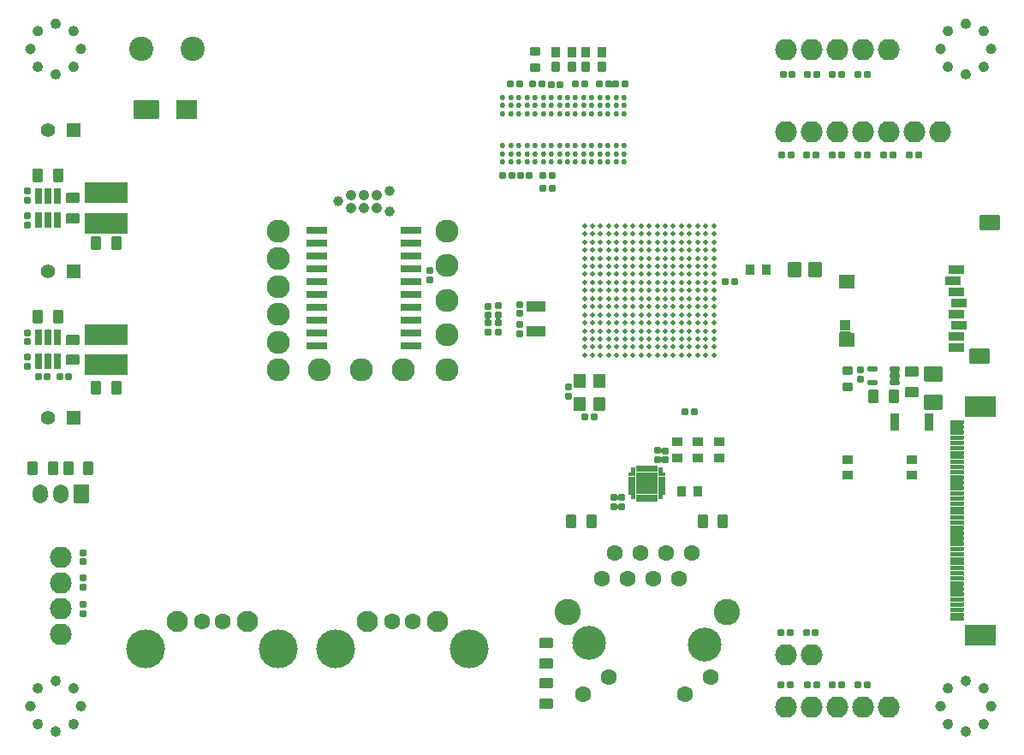
<source format=gbr>
G04 #@! TF.GenerationSoftware,KiCad,Pcbnew,(5.99.0-10577-g57d4347f00)*
G04 #@! TF.CreationDate,2021-05-20T13:19:23+03:00*
G04 #@! TF.ProjectId,imx6ull_tryout,696d7836-756c-46c5-9f74-72796f75742e,rev?*
G04 #@! TF.SameCoordinates,Original*
G04 #@! TF.FileFunction,Soldermask,Top*
G04 #@! TF.FilePolarity,Negative*
%FSLAX46Y46*%
G04 Gerber Fmt 4.6, Leading zero omitted, Abs format (unit mm)*
G04 Created by KiCad (PCBNEW (5.99.0-10577-g57d4347f00)) date 2021-05-20 13:19:23*
%MOMM*%
%LPD*%
G01*
G04 APERTURE LIST*
G04 Aperture macros list*
%AMRoundRect*
0 Rectangle with rounded corners*
0 $1 Rounding radius*
0 $2 $3 $4 $5 $6 $7 $8 $9 X,Y pos of 4 corners*
0 Add a 4 corners polygon primitive as box body*
4,1,4,$2,$3,$4,$5,$6,$7,$8,$9,$2,$3,0*
0 Add four circle primitives for the rounded corners*
1,1,$1+$1,$2,$3*
1,1,$1+$1,$4,$5*
1,1,$1+$1,$6,$7*
1,1,$1+$1,$8,$9*
0 Add four rect primitives between the rounded corners*
20,1,$1+$1,$2,$3,$4,$5,0*
20,1,$1+$1,$4,$5,$6,$7,0*
20,1,$1+$1,$6,$7,$8,$9,0*
20,1,$1+$1,$8,$9,$2,$3,0*%
G04 Aperture macros list end*
%ADD10C,0.550000*%
%ADD11C,0.010000*%
%ADD12RoundRect,0.060000X-0.240000X-0.265000X0.240000X-0.265000X0.240000X0.265000X-0.240000X0.265000X0*%
%ADD13C,2.286000*%
%ADD14RoundRect,0.080000X-0.320000X-0.420000X0.320000X-0.420000X0.320000X0.420000X-0.320000X0.420000X0*%
%ADD15RoundRect,0.060000X-0.265000X0.240000X-0.265000X-0.240000X0.265000X-0.240000X0.265000X0.240000X0*%
%ADD16RoundRect,0.050000X-0.400000X-0.450000X0.400000X-0.450000X0.400000X0.450000X-0.400000X0.450000X0*%
%ADD17RoundRect,0.080000X0.420000X-0.320000X0.420000X0.320000X-0.420000X0.320000X-0.420000X-0.320000X0*%
%ADD18RoundRect,0.060000X0.265000X-0.240000X0.265000X0.240000X-0.265000X0.240000X-0.265000X-0.240000X0*%
%ADD19RoundRect,0.100000X0.400000X0.600000X-0.400000X0.600000X-0.400000X-0.600000X0.400000X-0.600000X0*%
%ADD20O,2.132000X2.132000*%
%ADD21RoundRect,0.050000X2.100000X-1.000000X2.100000X1.000000X-2.100000X1.000000X-2.100000X-1.000000X0*%
%ADD22RoundRect,0.050000X0.850000X-0.700000X0.850000X0.700000X-0.850000X0.700000X-0.850000X-0.700000X0*%
%ADD23RoundRect,0.060000X0.240000X0.265000X-0.240000X0.265000X-0.240000X-0.265000X0.240000X-0.265000X0*%
%ADD24RoundRect,0.100000X-0.400000X-0.600000X0.400000X-0.600000X0.400000X0.600000X-0.400000X0.600000X0*%
%ADD25RoundRect,0.050000X-0.450000X0.400000X-0.450000X-0.400000X0.450000X-0.400000X0.450000X0.400000X0*%
%ADD26RoundRect,0.050000X0.650000X0.650000X-0.650000X0.650000X-0.650000X-0.650000X0.650000X-0.650000X0*%
%ADD27C,1.400000*%
%ADD28C,0.530000*%
%ADD29RoundRect,0.120000X0.480000X-0.580000X0.480000X0.580000X-0.480000X0.580000X-0.480000X-0.580000X0*%
%ADD30RoundRect,0.050000X0.550000X-0.650000X0.550000X0.650000X-0.550000X0.650000X-0.550000X-0.650000X0*%
%ADD31C,0.470000*%
%ADD32RoundRect,0.100000X-0.600000X0.400000X-0.600000X-0.400000X0.600000X-0.400000X0.600000X0.400000X0*%
%ADD33C,2.100000*%
%ADD34C,1.600000*%
%ADD35C,3.850000*%
%ADD36RoundRect,0.050000X0.750000X-0.400000X0.750000X0.400000X-0.750000X0.400000X-0.750000X-0.400000X0*%
%ADD37RoundRect,0.050000X0.500000X-0.475000X0.500000X0.475000X-0.500000X0.475000X-0.500000X-0.475000X0*%
%ADD38RoundRect,0.050000X0.950000X-0.700000X0.950000X0.700000X-0.950000X0.700000X-0.950000X-0.700000X0*%
%ADD39RoundRect,0.050000X0.700000X-0.650000X0.700000X0.650000X-0.700000X0.650000X-0.700000X-0.650000X0*%
%ADD40RoundRect,0.050000X-1.000000X0.300000X-1.000000X-0.300000X1.000000X-0.300000X1.000000X0.300000X0*%
%ADD41RoundRect,0.050000X-0.400000X-0.800000X0.400000X-0.800000X0.400000X0.800000X-0.400000X0.800000X0*%
%ADD42C,1.000200*%
%ADD43C,1.063000*%
%ADD44RoundRect,0.050000X0.698500X0.889000X-0.698500X0.889000X-0.698500X-0.889000X0.698500X-0.889000X0*%
%ADD45O,1.497000X1.878000*%
%ADD46RoundRect,0.050000X0.266500X0.736500X-0.266500X0.736500X-0.266500X-0.736500X0.266500X-0.736500X0*%
%ADD47RoundRect,0.050000X0.450000X-0.200000X0.450000X0.200000X-0.450000X0.200000X-0.450000X-0.200000X0*%
%ADD48RoundRect,0.100000X0.600000X-0.400000X0.600000X0.400000X-0.600000X0.400000X-0.600000X-0.400000X0*%
%ADD49RoundRect,0.050000X1.000000X0.875000X-1.000000X0.875000X-1.000000X-0.875000X1.000000X-0.875000X0*%
%ADD50RoundRect,0.050000X1.200000X0.875000X-1.200000X0.875000X-1.200000X-0.875000X1.200000X-0.875000X0*%
%ADD51C,3.350000*%
%ADD52C,2.600000*%
%ADD53RoundRect,0.050000X0.450000X-0.400000X0.450000X0.400000X-0.450000X0.400000X-0.450000X-0.400000X0*%
%ADD54RoundRect,0.101600X-0.550000X-0.650000X0.550000X-0.650000X0.550000X0.650000X-0.550000X0.650000X0*%
%ADD55RoundRect,0.050000X-0.625000X0.150000X-0.625000X-0.150000X0.625000X-0.150000X0.625000X0.150000X0*%
%ADD56RoundRect,0.050000X-1.500000X1.000000X-1.500000X-1.000000X1.500000X-1.000000X1.500000X1.000000X0*%
%ADD57C,2.400000*%
%ADD58RoundRect,0.050000X0.900000X-0.500000X0.900000X0.500000X-0.900000X0.500000X-0.900000X-0.500000X0*%
G04 APERTURE END LIST*
D10*
X84792707Y-139018087D02*
G75*
G03*
X84792707Y-139018087I-275000J0D01*
G01*
X84060474Y-137250320D02*
G75*
G03*
X84060474Y-137250320I-275000J0D01*
G01*
X79792707Y-139018087D02*
G75*
G03*
X79792707Y-139018087I-275000J0D01*
G01*
X82292707Y-141518087D02*
G75*
G03*
X82292707Y-141518087I-275000J0D01*
G01*
X80524940Y-140785854D02*
G75*
G03*
X80524940Y-140785854I-275000J0D01*
G01*
X80524940Y-137250320D02*
G75*
G03*
X80524940Y-137250320I-275000J0D01*
G01*
X84060474Y-140785854D02*
G75*
G03*
X84060474Y-140785854I-275000J0D01*
G01*
X82292707Y-136518087D02*
G75*
G03*
X82292707Y-136518087I-275000J0D01*
G01*
D11*
X140190000Y-115190000D02*
X140690000Y-115190000D01*
X140690000Y-115190000D02*
X140690000Y-115740000D01*
X140690000Y-115740000D02*
X140190000Y-115740000D01*
X140190000Y-115740000D02*
X140190000Y-115190000D01*
G36*
X140690000Y-115740000D02*
G01*
X140190000Y-115740000D01*
X140190000Y-115190000D01*
X140690000Y-115190000D01*
X140690000Y-115740000D01*
G37*
X140690000Y-115740000D02*
X140190000Y-115740000D01*
X140190000Y-115190000D01*
X140690000Y-115190000D01*
X140690000Y-115740000D01*
X141640000Y-116290000D02*
X142190000Y-116290000D01*
X142190000Y-116290000D02*
X142190000Y-116590000D01*
X142190000Y-116590000D02*
X141640000Y-116590000D01*
X141640000Y-116590000D02*
X141640000Y-116290000D01*
G36*
X142190000Y-116590000D02*
G01*
X141640000Y-116590000D01*
X141640000Y-116290000D01*
X142190000Y-116290000D01*
X142190000Y-116590000D01*
G37*
X142190000Y-116590000D02*
X141640000Y-116590000D01*
X141640000Y-116290000D01*
X142190000Y-116290000D01*
X142190000Y-116590000D01*
X141640000Y-117290000D02*
X142190000Y-117290000D01*
X142190000Y-117290000D02*
X142190000Y-117590000D01*
X142190000Y-117590000D02*
X141640000Y-117590000D01*
X141640000Y-117590000D02*
X141640000Y-117290000D01*
G36*
X142190000Y-117590000D02*
G01*
X141640000Y-117590000D01*
X141640000Y-117290000D01*
X142190000Y-117290000D01*
X142190000Y-117590000D01*
G37*
X142190000Y-117590000D02*
X141640000Y-117590000D01*
X141640000Y-117290000D01*
X142190000Y-117290000D01*
X142190000Y-117590000D01*
X139440000Y-115940000D02*
X141440000Y-115940000D01*
X141440000Y-115940000D02*
X141440000Y-117940000D01*
X141440000Y-117940000D02*
X139440000Y-117940000D01*
X139440000Y-117940000D02*
X139440000Y-115940000D01*
G36*
X141440000Y-117940000D02*
G01*
X139440000Y-117940000D01*
X139440000Y-115940000D01*
X141440000Y-115940000D01*
X141440000Y-117940000D01*
G37*
X141440000Y-117940000D02*
X139440000Y-117940000D01*
X139440000Y-115940000D01*
X141440000Y-115940000D01*
X141440000Y-117940000D01*
X140790000Y-118140000D02*
X141090000Y-118140000D01*
X141090000Y-118140000D02*
X141090000Y-118690000D01*
X141090000Y-118690000D02*
X140790000Y-118690000D01*
X140790000Y-118690000D02*
X140790000Y-118140000D01*
G36*
X141090000Y-118690000D02*
G01*
X140790000Y-118690000D01*
X140790000Y-118140000D01*
X141090000Y-118140000D01*
X141090000Y-118690000D01*
G37*
X141090000Y-118690000D02*
X140790000Y-118690000D01*
X140790000Y-118140000D01*
X141090000Y-118140000D01*
X141090000Y-118690000D01*
X141590000Y-115440000D02*
X141940000Y-115440000D01*
X141940000Y-115440000D02*
X141940000Y-115790000D01*
X141940000Y-115790000D02*
X141590000Y-115790000D01*
X141590000Y-115790000D02*
X141590000Y-115440000D01*
G36*
X141940000Y-115790000D02*
G01*
X141590000Y-115790000D01*
X141590000Y-115440000D01*
X141940000Y-115440000D01*
X141940000Y-115790000D01*
G37*
X141940000Y-115790000D02*
X141590000Y-115790000D01*
X141590000Y-115440000D01*
X141940000Y-115440000D01*
X141940000Y-115790000D01*
X141190000Y-118140000D02*
X141490000Y-118140000D01*
X141490000Y-118140000D02*
X141490000Y-118690000D01*
X141490000Y-118690000D02*
X141190000Y-118690000D01*
X141190000Y-118690000D02*
X141190000Y-118140000D01*
G36*
X141490000Y-118690000D02*
G01*
X141190000Y-118690000D01*
X141190000Y-118140000D01*
X141490000Y-118140000D01*
X141490000Y-118690000D01*
G37*
X141490000Y-118690000D02*
X141190000Y-118690000D01*
X141190000Y-118140000D01*
X141490000Y-118140000D01*
X141490000Y-118690000D01*
X138690000Y-115890000D02*
X139240000Y-115890000D01*
X139240000Y-115890000D02*
X139240000Y-116190000D01*
X139240000Y-116190000D02*
X138690000Y-116190000D01*
X138690000Y-116190000D02*
X138690000Y-115890000D01*
G36*
X139240000Y-116190000D02*
G01*
X138690000Y-116190000D01*
X138690000Y-115890000D01*
X139240000Y-115890000D01*
X139240000Y-116190000D01*
G37*
X139240000Y-116190000D02*
X138690000Y-116190000D01*
X138690000Y-115890000D01*
X139240000Y-115890000D01*
X139240000Y-116190000D01*
X138940000Y-118090000D02*
X139290000Y-118090000D01*
X139290000Y-118090000D02*
X139290000Y-118440000D01*
X139290000Y-118440000D02*
X138940000Y-118440000D01*
X138940000Y-118440000D02*
X138940000Y-118090000D01*
G36*
X139290000Y-118440000D02*
G01*
X138940000Y-118440000D01*
X138940000Y-118090000D01*
X139290000Y-118090000D01*
X139290000Y-118440000D01*
G37*
X139290000Y-118440000D02*
X138940000Y-118440000D01*
X138940000Y-118090000D01*
X139290000Y-118090000D01*
X139290000Y-118440000D01*
X140190000Y-118140000D02*
X140690000Y-118140000D01*
X140690000Y-118140000D02*
X140690000Y-118690000D01*
X140690000Y-118690000D02*
X140190000Y-118690000D01*
X140190000Y-118690000D02*
X140190000Y-118140000D01*
G36*
X140690000Y-118690000D02*
G01*
X140190000Y-118690000D01*
X140190000Y-118140000D01*
X140690000Y-118140000D01*
X140690000Y-118690000D01*
G37*
X140690000Y-118690000D02*
X140190000Y-118690000D01*
X140190000Y-118140000D01*
X140690000Y-118140000D01*
X140690000Y-118690000D01*
X141640000Y-116690000D02*
X142190000Y-116690000D01*
X142190000Y-116690000D02*
X142190000Y-117190000D01*
X142190000Y-117190000D02*
X141640000Y-117190000D01*
X141640000Y-117190000D02*
X141640000Y-116690000D01*
G36*
X142190000Y-117190000D02*
G01*
X141640000Y-117190000D01*
X141640000Y-116690000D01*
X142190000Y-116690000D01*
X142190000Y-117190000D01*
G37*
X142190000Y-117190000D02*
X141640000Y-117190000D01*
X141640000Y-116690000D01*
X142190000Y-116690000D01*
X142190000Y-117190000D01*
X139790000Y-115190000D02*
X140090000Y-115190000D01*
X140090000Y-115190000D02*
X140090000Y-115740000D01*
X140090000Y-115740000D02*
X139790000Y-115740000D01*
X139790000Y-115740000D02*
X139790000Y-115190000D01*
G36*
X140090000Y-115740000D02*
G01*
X139790000Y-115740000D01*
X139790000Y-115190000D01*
X140090000Y-115190000D01*
X140090000Y-115740000D01*
G37*
X140090000Y-115740000D02*
X139790000Y-115740000D01*
X139790000Y-115190000D01*
X140090000Y-115190000D01*
X140090000Y-115740000D01*
X139790000Y-118140000D02*
X140090000Y-118140000D01*
X140090000Y-118140000D02*
X140090000Y-118690000D01*
X140090000Y-118690000D02*
X139790000Y-118690000D01*
X139790000Y-118690000D02*
X139790000Y-118140000D01*
G36*
X140090000Y-118690000D02*
G01*
X139790000Y-118690000D01*
X139790000Y-118140000D01*
X140090000Y-118140000D01*
X140090000Y-118690000D01*
G37*
X140090000Y-118690000D02*
X139790000Y-118690000D01*
X139790000Y-118140000D01*
X140090000Y-118140000D01*
X140090000Y-118690000D01*
X138690000Y-117690000D02*
X139240000Y-117690000D01*
X139240000Y-117690000D02*
X139240000Y-117990000D01*
X139240000Y-117990000D02*
X138690000Y-117990000D01*
X138690000Y-117990000D02*
X138690000Y-117690000D01*
G36*
X139240000Y-117990000D02*
G01*
X138690000Y-117990000D01*
X138690000Y-117690000D01*
X139240000Y-117690000D01*
X139240000Y-117990000D01*
G37*
X139240000Y-117990000D02*
X138690000Y-117990000D01*
X138690000Y-117690000D01*
X139240000Y-117690000D01*
X139240000Y-117990000D01*
X141640000Y-115890000D02*
X142190000Y-115890000D01*
X142190000Y-115890000D02*
X142190000Y-116190000D01*
X142190000Y-116190000D02*
X141640000Y-116190000D01*
X141640000Y-116190000D02*
X141640000Y-115890000D01*
G36*
X142190000Y-116190000D02*
G01*
X141640000Y-116190000D01*
X141640000Y-115890000D01*
X142190000Y-115890000D01*
X142190000Y-116190000D01*
G37*
X142190000Y-116190000D02*
X141640000Y-116190000D01*
X141640000Y-115890000D01*
X142190000Y-115890000D01*
X142190000Y-116190000D01*
X139390000Y-115190000D02*
X139690000Y-115190000D01*
X139690000Y-115190000D02*
X139690000Y-115740000D01*
X139690000Y-115740000D02*
X139390000Y-115740000D01*
X139390000Y-115740000D02*
X139390000Y-115190000D01*
G36*
X139690000Y-115740000D02*
G01*
X139390000Y-115740000D01*
X139390000Y-115190000D01*
X139690000Y-115190000D01*
X139690000Y-115740000D01*
G37*
X139690000Y-115740000D02*
X139390000Y-115740000D01*
X139390000Y-115190000D01*
X139690000Y-115190000D01*
X139690000Y-115740000D01*
X141190000Y-115190000D02*
X141490000Y-115190000D01*
X141490000Y-115190000D02*
X141490000Y-115740000D01*
X141490000Y-115740000D02*
X141190000Y-115740000D01*
X141190000Y-115740000D02*
X141190000Y-115190000D01*
G36*
X141490000Y-115740000D02*
G01*
X141190000Y-115740000D01*
X141190000Y-115190000D01*
X141490000Y-115190000D01*
X141490000Y-115740000D01*
G37*
X141490000Y-115740000D02*
X141190000Y-115740000D01*
X141190000Y-115190000D01*
X141490000Y-115190000D01*
X141490000Y-115740000D01*
X141590000Y-118090000D02*
X141940000Y-118090000D01*
X141940000Y-118090000D02*
X141940000Y-118440000D01*
X141940000Y-118440000D02*
X141590000Y-118440000D01*
X141590000Y-118440000D02*
X141590000Y-118090000D01*
G36*
X141940000Y-118440000D02*
G01*
X141590000Y-118440000D01*
X141590000Y-118090000D01*
X141940000Y-118090000D01*
X141940000Y-118440000D01*
G37*
X141940000Y-118440000D02*
X141590000Y-118440000D01*
X141590000Y-118090000D01*
X141940000Y-118090000D01*
X141940000Y-118440000D01*
X138940000Y-115440000D02*
X139290000Y-115440000D01*
X139290000Y-115440000D02*
X139290000Y-115790000D01*
X139290000Y-115790000D02*
X138940000Y-115790000D01*
X138940000Y-115790000D02*
X138940000Y-115440000D01*
G36*
X139290000Y-115790000D02*
G01*
X138940000Y-115790000D01*
X138940000Y-115440000D01*
X139290000Y-115440000D01*
X139290000Y-115790000D01*
G37*
X139290000Y-115790000D02*
X138940000Y-115790000D01*
X138940000Y-115440000D01*
X139290000Y-115440000D01*
X139290000Y-115790000D01*
X138690000Y-116290000D02*
X139240000Y-116290000D01*
X139240000Y-116290000D02*
X139240000Y-116590000D01*
X139240000Y-116590000D02*
X138690000Y-116590000D01*
X138690000Y-116590000D02*
X138690000Y-116290000D01*
G36*
X139240000Y-116590000D02*
G01*
X138690000Y-116590000D01*
X138690000Y-116290000D01*
X139240000Y-116290000D01*
X139240000Y-116590000D01*
G37*
X139240000Y-116590000D02*
X138690000Y-116590000D01*
X138690000Y-116290000D01*
X139240000Y-116290000D01*
X139240000Y-116590000D01*
X138690000Y-117290000D02*
X139240000Y-117290000D01*
X139240000Y-117290000D02*
X139240000Y-117590000D01*
X139240000Y-117590000D02*
X138690000Y-117590000D01*
X138690000Y-117590000D02*
X138690000Y-117290000D01*
G36*
X139240000Y-117590000D02*
G01*
X138690000Y-117590000D01*
X138690000Y-117290000D01*
X139240000Y-117290000D01*
X139240000Y-117590000D01*
G37*
X139240000Y-117590000D02*
X138690000Y-117590000D01*
X138690000Y-117290000D01*
X139240000Y-117290000D01*
X139240000Y-117590000D01*
X141640000Y-117690000D02*
X142190000Y-117690000D01*
X142190000Y-117690000D02*
X142190000Y-117990000D01*
X142190000Y-117990000D02*
X141640000Y-117990000D01*
X141640000Y-117990000D02*
X141640000Y-117690000D01*
G36*
X142190000Y-117990000D02*
G01*
X141640000Y-117990000D01*
X141640000Y-117690000D01*
X142190000Y-117690000D01*
X142190000Y-117990000D01*
G37*
X142190000Y-117990000D02*
X141640000Y-117990000D01*
X141640000Y-117690000D01*
X142190000Y-117690000D01*
X142190000Y-117990000D01*
X139390000Y-118140000D02*
X139690000Y-118140000D01*
X139690000Y-118140000D02*
X139690000Y-118690000D01*
X139690000Y-118690000D02*
X139390000Y-118690000D01*
X139390000Y-118690000D02*
X139390000Y-118140000D01*
G36*
X139690000Y-118690000D02*
G01*
X139390000Y-118690000D01*
X139390000Y-118140000D01*
X139690000Y-118140000D01*
X139690000Y-118690000D01*
G37*
X139690000Y-118690000D02*
X139390000Y-118690000D01*
X139390000Y-118140000D01*
X139690000Y-118140000D01*
X139690000Y-118690000D01*
X138690000Y-116690000D02*
X139240000Y-116690000D01*
X139240000Y-116690000D02*
X139240000Y-117190000D01*
X139240000Y-117190000D02*
X138690000Y-117190000D01*
X138690000Y-117190000D02*
X138690000Y-116690000D01*
G36*
X139240000Y-117190000D02*
G01*
X138690000Y-117190000D01*
X138690000Y-116690000D01*
X139240000Y-116690000D01*
X139240000Y-117190000D01*
G37*
X139240000Y-117190000D02*
X138690000Y-117190000D01*
X138690000Y-116690000D01*
X139240000Y-116690000D01*
X139240000Y-117190000D01*
X140790000Y-115190000D02*
X141090000Y-115190000D01*
X141090000Y-115190000D02*
X141090000Y-115740000D01*
X141090000Y-115740000D02*
X140790000Y-115740000D01*
X140790000Y-115740000D02*
X140790000Y-115190000D01*
G36*
X141090000Y-115740000D02*
G01*
X140790000Y-115740000D01*
X140790000Y-115190000D01*
X141090000Y-115190000D01*
X141090000Y-115740000D01*
G37*
X141090000Y-115740000D02*
X140790000Y-115740000D01*
X140790000Y-115190000D01*
X141090000Y-115190000D01*
X141090000Y-115740000D01*
D10*
X174060474Y-72250320D02*
G75*
G03*
X174060474Y-72250320I-275000J0D01*
G01*
X174060474Y-75785854D02*
G75*
G03*
X174060474Y-75785854I-275000J0D01*
G01*
X172292707Y-71518087D02*
G75*
G03*
X172292707Y-71518087I-275000J0D01*
G01*
X170524940Y-75785854D02*
G75*
G03*
X170524940Y-75785854I-275000J0D01*
G01*
X170524940Y-72250320D02*
G75*
G03*
X170524940Y-72250320I-275000J0D01*
G01*
X174792707Y-74018087D02*
G75*
G03*
X174792707Y-74018087I-275000J0D01*
G01*
X172292707Y-76518087D02*
G75*
G03*
X172292707Y-76518087I-275000J0D01*
G01*
X169792707Y-74018087D02*
G75*
G03*
X169792707Y-74018087I-275000J0D01*
G01*
X84060474Y-72250320D02*
G75*
G03*
X84060474Y-72250320I-275000J0D01*
G01*
X82292707Y-76518087D02*
G75*
G03*
X82292707Y-76518087I-275000J0D01*
G01*
X84792707Y-74018087D02*
G75*
G03*
X84792707Y-74018087I-275000J0D01*
G01*
X79792707Y-74018087D02*
G75*
G03*
X79792707Y-74018087I-275000J0D01*
G01*
X80524940Y-72250320D02*
G75*
G03*
X80524940Y-72250320I-275000J0D01*
G01*
X84060474Y-75785854D02*
G75*
G03*
X84060474Y-75785854I-275000J0D01*
G01*
X82292707Y-71518087D02*
G75*
G03*
X82292707Y-71518087I-275000J0D01*
G01*
X80524940Y-75785854D02*
G75*
G03*
X80524940Y-75785854I-275000J0D01*
G01*
X174792707Y-139018087D02*
G75*
G03*
X174792707Y-139018087I-275000J0D01*
G01*
X169792707Y-139018087D02*
G75*
G03*
X169792707Y-139018087I-275000J0D01*
G01*
X174060474Y-140785854D02*
G75*
G03*
X174060474Y-140785854I-275000J0D01*
G01*
X172292707Y-136518087D02*
G75*
G03*
X172292707Y-136518087I-275000J0D01*
G01*
X172292707Y-141518087D02*
G75*
G03*
X172292707Y-141518087I-275000J0D01*
G01*
X170524940Y-140785854D02*
G75*
G03*
X170524940Y-140785854I-275000J0D01*
G01*
X170524940Y-137250320D02*
G75*
G03*
X170524940Y-137250320I-275000J0D01*
G01*
X174060474Y-137250320D02*
G75*
G03*
X174060474Y-137250320I-275000J0D01*
G01*
X84792707Y-139018087D02*
G75*
G03*
X84792707Y-139018087I-275000J0D01*
G01*
X84060474Y-137250320D02*
G75*
G03*
X84060474Y-137250320I-275000J0D01*
G01*
X79792707Y-139018087D02*
G75*
G03*
X79792707Y-139018087I-275000J0D01*
G01*
X82292707Y-141518087D02*
G75*
G03*
X82292707Y-141518087I-275000J0D01*
G01*
X80524940Y-140785854D02*
G75*
G03*
X80524940Y-140785854I-275000J0D01*
G01*
X80524940Y-137250320D02*
G75*
G03*
X80524940Y-137250320I-275000J0D01*
G01*
X84060474Y-140785854D02*
G75*
G03*
X84060474Y-140785854I-275000J0D01*
G01*
X82292707Y-136518087D02*
G75*
G03*
X82292707Y-136518087I-275000J0D01*
G01*
D11*
X140190000Y-115190000D02*
X140690000Y-115190000D01*
X140690000Y-115190000D02*
X140690000Y-115740000D01*
X140690000Y-115740000D02*
X140190000Y-115740000D01*
X140190000Y-115740000D02*
X140190000Y-115190000D01*
G36*
X140690000Y-115740000D02*
G01*
X140190000Y-115740000D01*
X140190000Y-115190000D01*
X140690000Y-115190000D01*
X140690000Y-115740000D01*
G37*
X140690000Y-115740000D02*
X140190000Y-115740000D01*
X140190000Y-115190000D01*
X140690000Y-115190000D01*
X140690000Y-115740000D01*
X141640000Y-116290000D02*
X142190000Y-116290000D01*
X142190000Y-116290000D02*
X142190000Y-116590000D01*
X142190000Y-116590000D02*
X141640000Y-116590000D01*
X141640000Y-116590000D02*
X141640000Y-116290000D01*
G36*
X142190000Y-116590000D02*
G01*
X141640000Y-116590000D01*
X141640000Y-116290000D01*
X142190000Y-116290000D01*
X142190000Y-116590000D01*
G37*
X142190000Y-116590000D02*
X141640000Y-116590000D01*
X141640000Y-116290000D01*
X142190000Y-116290000D01*
X142190000Y-116590000D01*
X141640000Y-117290000D02*
X142190000Y-117290000D01*
X142190000Y-117290000D02*
X142190000Y-117590000D01*
X142190000Y-117590000D02*
X141640000Y-117590000D01*
X141640000Y-117590000D02*
X141640000Y-117290000D01*
G36*
X142190000Y-117590000D02*
G01*
X141640000Y-117590000D01*
X141640000Y-117290000D01*
X142190000Y-117290000D01*
X142190000Y-117590000D01*
G37*
X142190000Y-117590000D02*
X141640000Y-117590000D01*
X141640000Y-117290000D01*
X142190000Y-117290000D01*
X142190000Y-117590000D01*
X139440000Y-115940000D02*
X141440000Y-115940000D01*
X141440000Y-115940000D02*
X141440000Y-117940000D01*
X141440000Y-117940000D02*
X139440000Y-117940000D01*
X139440000Y-117940000D02*
X139440000Y-115940000D01*
G36*
X141440000Y-117940000D02*
G01*
X139440000Y-117940000D01*
X139440000Y-115940000D01*
X141440000Y-115940000D01*
X141440000Y-117940000D01*
G37*
X141440000Y-117940000D02*
X139440000Y-117940000D01*
X139440000Y-115940000D01*
X141440000Y-115940000D01*
X141440000Y-117940000D01*
X140790000Y-118140000D02*
X141090000Y-118140000D01*
X141090000Y-118140000D02*
X141090000Y-118690000D01*
X141090000Y-118690000D02*
X140790000Y-118690000D01*
X140790000Y-118690000D02*
X140790000Y-118140000D01*
G36*
X141090000Y-118690000D02*
G01*
X140790000Y-118690000D01*
X140790000Y-118140000D01*
X141090000Y-118140000D01*
X141090000Y-118690000D01*
G37*
X141090000Y-118690000D02*
X140790000Y-118690000D01*
X140790000Y-118140000D01*
X141090000Y-118140000D01*
X141090000Y-118690000D01*
X141590000Y-115440000D02*
X141940000Y-115440000D01*
X141940000Y-115440000D02*
X141940000Y-115790000D01*
X141940000Y-115790000D02*
X141590000Y-115790000D01*
X141590000Y-115790000D02*
X141590000Y-115440000D01*
G36*
X141940000Y-115790000D02*
G01*
X141590000Y-115790000D01*
X141590000Y-115440000D01*
X141940000Y-115440000D01*
X141940000Y-115790000D01*
G37*
X141940000Y-115790000D02*
X141590000Y-115790000D01*
X141590000Y-115440000D01*
X141940000Y-115440000D01*
X141940000Y-115790000D01*
X141190000Y-118140000D02*
X141490000Y-118140000D01*
X141490000Y-118140000D02*
X141490000Y-118690000D01*
X141490000Y-118690000D02*
X141190000Y-118690000D01*
X141190000Y-118690000D02*
X141190000Y-118140000D01*
G36*
X141490000Y-118690000D02*
G01*
X141190000Y-118690000D01*
X141190000Y-118140000D01*
X141490000Y-118140000D01*
X141490000Y-118690000D01*
G37*
X141490000Y-118690000D02*
X141190000Y-118690000D01*
X141190000Y-118140000D01*
X141490000Y-118140000D01*
X141490000Y-118690000D01*
X138690000Y-115890000D02*
X139240000Y-115890000D01*
X139240000Y-115890000D02*
X139240000Y-116190000D01*
X139240000Y-116190000D02*
X138690000Y-116190000D01*
X138690000Y-116190000D02*
X138690000Y-115890000D01*
G36*
X139240000Y-116190000D02*
G01*
X138690000Y-116190000D01*
X138690000Y-115890000D01*
X139240000Y-115890000D01*
X139240000Y-116190000D01*
G37*
X139240000Y-116190000D02*
X138690000Y-116190000D01*
X138690000Y-115890000D01*
X139240000Y-115890000D01*
X139240000Y-116190000D01*
X138940000Y-118090000D02*
X139290000Y-118090000D01*
X139290000Y-118090000D02*
X139290000Y-118440000D01*
X139290000Y-118440000D02*
X138940000Y-118440000D01*
X138940000Y-118440000D02*
X138940000Y-118090000D01*
G36*
X139290000Y-118440000D02*
G01*
X138940000Y-118440000D01*
X138940000Y-118090000D01*
X139290000Y-118090000D01*
X139290000Y-118440000D01*
G37*
X139290000Y-118440000D02*
X138940000Y-118440000D01*
X138940000Y-118090000D01*
X139290000Y-118090000D01*
X139290000Y-118440000D01*
X140190000Y-118140000D02*
X140690000Y-118140000D01*
X140690000Y-118140000D02*
X140690000Y-118690000D01*
X140690000Y-118690000D02*
X140190000Y-118690000D01*
X140190000Y-118690000D02*
X140190000Y-118140000D01*
G36*
X140690000Y-118690000D02*
G01*
X140190000Y-118690000D01*
X140190000Y-118140000D01*
X140690000Y-118140000D01*
X140690000Y-118690000D01*
G37*
X140690000Y-118690000D02*
X140190000Y-118690000D01*
X140190000Y-118140000D01*
X140690000Y-118140000D01*
X140690000Y-118690000D01*
X141640000Y-116690000D02*
X142190000Y-116690000D01*
X142190000Y-116690000D02*
X142190000Y-117190000D01*
X142190000Y-117190000D02*
X141640000Y-117190000D01*
X141640000Y-117190000D02*
X141640000Y-116690000D01*
G36*
X142190000Y-117190000D02*
G01*
X141640000Y-117190000D01*
X141640000Y-116690000D01*
X142190000Y-116690000D01*
X142190000Y-117190000D01*
G37*
X142190000Y-117190000D02*
X141640000Y-117190000D01*
X141640000Y-116690000D01*
X142190000Y-116690000D01*
X142190000Y-117190000D01*
X139790000Y-115190000D02*
X140090000Y-115190000D01*
X140090000Y-115190000D02*
X140090000Y-115740000D01*
X140090000Y-115740000D02*
X139790000Y-115740000D01*
X139790000Y-115740000D02*
X139790000Y-115190000D01*
G36*
X140090000Y-115740000D02*
G01*
X139790000Y-115740000D01*
X139790000Y-115190000D01*
X140090000Y-115190000D01*
X140090000Y-115740000D01*
G37*
X140090000Y-115740000D02*
X139790000Y-115740000D01*
X139790000Y-115190000D01*
X140090000Y-115190000D01*
X140090000Y-115740000D01*
X139790000Y-118140000D02*
X140090000Y-118140000D01*
X140090000Y-118140000D02*
X140090000Y-118690000D01*
X140090000Y-118690000D02*
X139790000Y-118690000D01*
X139790000Y-118690000D02*
X139790000Y-118140000D01*
G36*
X140090000Y-118690000D02*
G01*
X139790000Y-118690000D01*
X139790000Y-118140000D01*
X140090000Y-118140000D01*
X140090000Y-118690000D01*
G37*
X140090000Y-118690000D02*
X139790000Y-118690000D01*
X139790000Y-118140000D01*
X140090000Y-118140000D01*
X140090000Y-118690000D01*
X138690000Y-117690000D02*
X139240000Y-117690000D01*
X139240000Y-117690000D02*
X139240000Y-117990000D01*
X139240000Y-117990000D02*
X138690000Y-117990000D01*
X138690000Y-117990000D02*
X138690000Y-117690000D01*
G36*
X139240000Y-117990000D02*
G01*
X138690000Y-117990000D01*
X138690000Y-117690000D01*
X139240000Y-117690000D01*
X139240000Y-117990000D01*
G37*
X139240000Y-117990000D02*
X138690000Y-117990000D01*
X138690000Y-117690000D01*
X139240000Y-117690000D01*
X139240000Y-117990000D01*
X141640000Y-115890000D02*
X142190000Y-115890000D01*
X142190000Y-115890000D02*
X142190000Y-116190000D01*
X142190000Y-116190000D02*
X141640000Y-116190000D01*
X141640000Y-116190000D02*
X141640000Y-115890000D01*
G36*
X142190000Y-116190000D02*
G01*
X141640000Y-116190000D01*
X141640000Y-115890000D01*
X142190000Y-115890000D01*
X142190000Y-116190000D01*
G37*
X142190000Y-116190000D02*
X141640000Y-116190000D01*
X141640000Y-115890000D01*
X142190000Y-115890000D01*
X142190000Y-116190000D01*
X139390000Y-115190000D02*
X139690000Y-115190000D01*
X139690000Y-115190000D02*
X139690000Y-115740000D01*
X139690000Y-115740000D02*
X139390000Y-115740000D01*
X139390000Y-115740000D02*
X139390000Y-115190000D01*
G36*
X139690000Y-115740000D02*
G01*
X139390000Y-115740000D01*
X139390000Y-115190000D01*
X139690000Y-115190000D01*
X139690000Y-115740000D01*
G37*
X139690000Y-115740000D02*
X139390000Y-115740000D01*
X139390000Y-115190000D01*
X139690000Y-115190000D01*
X139690000Y-115740000D01*
X141190000Y-115190000D02*
X141490000Y-115190000D01*
X141490000Y-115190000D02*
X141490000Y-115740000D01*
X141490000Y-115740000D02*
X141190000Y-115740000D01*
X141190000Y-115740000D02*
X141190000Y-115190000D01*
G36*
X141490000Y-115740000D02*
G01*
X141190000Y-115740000D01*
X141190000Y-115190000D01*
X141490000Y-115190000D01*
X141490000Y-115740000D01*
G37*
X141490000Y-115740000D02*
X141190000Y-115740000D01*
X141190000Y-115190000D01*
X141490000Y-115190000D01*
X141490000Y-115740000D01*
X141590000Y-118090000D02*
X141940000Y-118090000D01*
X141940000Y-118090000D02*
X141940000Y-118440000D01*
X141940000Y-118440000D02*
X141590000Y-118440000D01*
X141590000Y-118440000D02*
X141590000Y-118090000D01*
G36*
X141940000Y-118440000D02*
G01*
X141590000Y-118440000D01*
X141590000Y-118090000D01*
X141940000Y-118090000D01*
X141940000Y-118440000D01*
G37*
X141940000Y-118440000D02*
X141590000Y-118440000D01*
X141590000Y-118090000D01*
X141940000Y-118090000D01*
X141940000Y-118440000D01*
X138940000Y-115440000D02*
X139290000Y-115440000D01*
X139290000Y-115440000D02*
X139290000Y-115790000D01*
X139290000Y-115790000D02*
X138940000Y-115790000D01*
X138940000Y-115790000D02*
X138940000Y-115440000D01*
G36*
X139290000Y-115790000D02*
G01*
X138940000Y-115790000D01*
X138940000Y-115440000D01*
X139290000Y-115440000D01*
X139290000Y-115790000D01*
G37*
X139290000Y-115790000D02*
X138940000Y-115790000D01*
X138940000Y-115440000D01*
X139290000Y-115440000D01*
X139290000Y-115790000D01*
X138690000Y-116290000D02*
X139240000Y-116290000D01*
X139240000Y-116290000D02*
X139240000Y-116590000D01*
X139240000Y-116590000D02*
X138690000Y-116590000D01*
X138690000Y-116590000D02*
X138690000Y-116290000D01*
G36*
X139240000Y-116590000D02*
G01*
X138690000Y-116590000D01*
X138690000Y-116290000D01*
X139240000Y-116290000D01*
X139240000Y-116590000D01*
G37*
X139240000Y-116590000D02*
X138690000Y-116590000D01*
X138690000Y-116290000D01*
X139240000Y-116290000D01*
X139240000Y-116590000D01*
X138690000Y-117290000D02*
X139240000Y-117290000D01*
X139240000Y-117290000D02*
X139240000Y-117590000D01*
X139240000Y-117590000D02*
X138690000Y-117590000D01*
X138690000Y-117590000D02*
X138690000Y-117290000D01*
G36*
X139240000Y-117590000D02*
G01*
X138690000Y-117590000D01*
X138690000Y-117290000D01*
X139240000Y-117290000D01*
X139240000Y-117590000D01*
G37*
X139240000Y-117590000D02*
X138690000Y-117590000D01*
X138690000Y-117290000D01*
X139240000Y-117290000D01*
X139240000Y-117590000D01*
X141640000Y-117690000D02*
X142190000Y-117690000D01*
X142190000Y-117690000D02*
X142190000Y-117990000D01*
X142190000Y-117990000D02*
X141640000Y-117990000D01*
X141640000Y-117990000D02*
X141640000Y-117690000D01*
G36*
X142190000Y-117990000D02*
G01*
X141640000Y-117990000D01*
X141640000Y-117690000D01*
X142190000Y-117690000D01*
X142190000Y-117990000D01*
G37*
X142190000Y-117990000D02*
X141640000Y-117990000D01*
X141640000Y-117690000D01*
X142190000Y-117690000D01*
X142190000Y-117990000D01*
X139390000Y-118140000D02*
X139690000Y-118140000D01*
X139690000Y-118140000D02*
X139690000Y-118690000D01*
X139690000Y-118690000D02*
X139390000Y-118690000D01*
X139390000Y-118690000D02*
X139390000Y-118140000D01*
G36*
X139690000Y-118690000D02*
G01*
X139390000Y-118690000D01*
X139390000Y-118140000D01*
X139690000Y-118140000D01*
X139690000Y-118690000D01*
G37*
X139690000Y-118690000D02*
X139390000Y-118690000D01*
X139390000Y-118140000D01*
X139690000Y-118140000D01*
X139690000Y-118690000D01*
X138690000Y-116690000D02*
X139240000Y-116690000D01*
X139240000Y-116690000D02*
X139240000Y-117190000D01*
X139240000Y-117190000D02*
X138690000Y-117190000D01*
X138690000Y-117190000D02*
X138690000Y-116690000D01*
G36*
X139240000Y-117190000D02*
G01*
X138690000Y-117190000D01*
X138690000Y-116690000D01*
X139240000Y-116690000D01*
X139240000Y-117190000D01*
G37*
X139240000Y-117190000D02*
X138690000Y-117190000D01*
X138690000Y-116690000D01*
X139240000Y-116690000D01*
X139240000Y-117190000D01*
X140790000Y-115190000D02*
X141090000Y-115190000D01*
X141090000Y-115190000D02*
X141090000Y-115740000D01*
X141090000Y-115740000D02*
X140790000Y-115740000D01*
X140790000Y-115740000D02*
X140790000Y-115190000D01*
G36*
X141090000Y-115740000D02*
G01*
X140790000Y-115740000D01*
X140790000Y-115190000D01*
X141090000Y-115190000D01*
X141090000Y-115740000D01*
G37*
X141090000Y-115740000D02*
X140790000Y-115740000D01*
X140790000Y-115190000D01*
X141090000Y-115190000D01*
X141090000Y-115740000D01*
D10*
X174060474Y-72250320D02*
G75*
G03*
X174060474Y-72250320I-275000J0D01*
G01*
X174060474Y-75785854D02*
G75*
G03*
X174060474Y-75785854I-275000J0D01*
G01*
X172292707Y-71518087D02*
G75*
G03*
X172292707Y-71518087I-275000J0D01*
G01*
X170524940Y-75785854D02*
G75*
G03*
X170524940Y-75785854I-275000J0D01*
G01*
X170524940Y-72250320D02*
G75*
G03*
X170524940Y-72250320I-275000J0D01*
G01*
X174792707Y-74018087D02*
G75*
G03*
X174792707Y-74018087I-275000J0D01*
G01*
X172292707Y-76518087D02*
G75*
G03*
X172292707Y-76518087I-275000J0D01*
G01*
X169792707Y-74018087D02*
G75*
G03*
X169792707Y-74018087I-275000J0D01*
G01*
X84060474Y-72250320D02*
G75*
G03*
X84060474Y-72250320I-275000J0D01*
G01*
X82292707Y-76518087D02*
G75*
G03*
X82292707Y-76518087I-275000J0D01*
G01*
X84792707Y-74018087D02*
G75*
G03*
X84792707Y-74018087I-275000J0D01*
G01*
X79792707Y-74018087D02*
G75*
G03*
X79792707Y-74018087I-275000J0D01*
G01*
X80524940Y-72250320D02*
G75*
G03*
X80524940Y-72250320I-275000J0D01*
G01*
X84060474Y-75785854D02*
G75*
G03*
X84060474Y-75785854I-275000J0D01*
G01*
X82292707Y-71518087D02*
G75*
G03*
X82292707Y-71518087I-275000J0D01*
G01*
X80524940Y-75785854D02*
G75*
G03*
X80524940Y-75785854I-275000J0D01*
G01*
X174792707Y-139018087D02*
G75*
G03*
X174792707Y-139018087I-275000J0D01*
G01*
X169792707Y-139018087D02*
G75*
G03*
X169792707Y-139018087I-275000J0D01*
G01*
X174060474Y-140785854D02*
G75*
G03*
X174060474Y-140785854I-275000J0D01*
G01*
X172292707Y-136518087D02*
G75*
G03*
X172292707Y-136518087I-275000J0D01*
G01*
X172292707Y-141518087D02*
G75*
G03*
X172292707Y-141518087I-275000J0D01*
G01*
X170524940Y-140785854D02*
G75*
G03*
X170524940Y-140785854I-275000J0D01*
G01*
X170524940Y-137250320D02*
G75*
G03*
X170524940Y-137250320I-275000J0D01*
G01*
X174060474Y-137250320D02*
G75*
G03*
X174060474Y-137250320I-275000J0D01*
G01*
D12*
X148250000Y-97000000D03*
X149150000Y-97000000D03*
D13*
X104000000Y-94750000D03*
D12*
X156250000Y-131700000D03*
X157150000Y-131700000D03*
D13*
X120750000Y-95437500D03*
D14*
X134450000Y-75750000D03*
X136050000Y-75750000D03*
D12*
X153950000Y-76500000D03*
X154850000Y-76500000D03*
D15*
X132700000Y-107450000D03*
X132700000Y-108350000D03*
D16*
X134450000Y-74350000D03*
X136050000Y-74350000D03*
D17*
X129400000Y-75850000D03*
X129400000Y-74250000D03*
D18*
X141515000Y-114640000D03*
X141515000Y-113740000D03*
D16*
X131450000Y-74350000D03*
X133050000Y-74350000D03*
D15*
X124750000Y-101100000D03*
X124750000Y-102000000D03*
X119000000Y-95950000D03*
X119000000Y-96850000D03*
D19*
X135000000Y-120750000D03*
X133000000Y-120750000D03*
D13*
X104000000Y-105750000D03*
D12*
X130210000Y-87800000D03*
X131110000Y-87800000D03*
D20*
X154220000Y-82200000D03*
X156760000Y-82200000D03*
X159300000Y-82200000D03*
X161840000Y-82200000D03*
X164380000Y-82200000D03*
X166920000Y-82200000D03*
X169460000Y-82200000D03*
D21*
X87000000Y-91250000D03*
X87000000Y-88250000D03*
D12*
X127950000Y-86500000D03*
X128850000Y-86500000D03*
D19*
X164891291Y-108400000D03*
X162891291Y-108400000D03*
D15*
X138000000Y-118390000D03*
X138000000Y-119290000D03*
D20*
X82500000Y-124290000D03*
X82500000Y-126830000D03*
X82500000Y-129370000D03*
X82500000Y-131910000D03*
D22*
X168828791Y-109000000D03*
X168828791Y-106200000D03*
D15*
X125750000Y-101100000D03*
X125750000Y-102000000D03*
D23*
X135250000Y-110400000D03*
X134350000Y-110400000D03*
D24*
X146000000Y-120750000D03*
X148000000Y-120750000D03*
D25*
X147600000Y-112900000D03*
X147600000Y-114500000D03*
D15*
X137200000Y-118390000D03*
X137200000Y-119290000D03*
D26*
X83770000Y-82000000D03*
D27*
X81230000Y-82000000D03*
D13*
X116375000Y-105750000D03*
X104000000Y-103000000D03*
D28*
X126250000Y-85200000D03*
X126250000Y-84400000D03*
X126250000Y-83600000D03*
X126250000Y-80400000D03*
X126250000Y-79600000D03*
X126250000Y-78800000D03*
X127050000Y-85200000D03*
X127050000Y-84400000D03*
X127050000Y-83600000D03*
X127050000Y-80400000D03*
X127050000Y-79600000D03*
X127050000Y-78800000D03*
X127850000Y-85200000D03*
X127850000Y-84400000D03*
X127850000Y-83600000D03*
X127850000Y-80400000D03*
X127850000Y-79600000D03*
X127850000Y-78800000D03*
X128650000Y-85200000D03*
X128650000Y-84400000D03*
X128650000Y-83600000D03*
X128650000Y-80400000D03*
X128650000Y-79600000D03*
X128650000Y-78800000D03*
X129450000Y-85200000D03*
X129450000Y-84400000D03*
X129450000Y-83600000D03*
X129450000Y-80400000D03*
X129450000Y-79600000D03*
X129450000Y-78800000D03*
X130250000Y-85200000D03*
X130250000Y-84400000D03*
X130250000Y-83600000D03*
X130250000Y-80400000D03*
X130250000Y-79600000D03*
X130250000Y-78800000D03*
X131050000Y-85200000D03*
X131050000Y-84400000D03*
X131050000Y-83600000D03*
X131050000Y-80400000D03*
X131050000Y-79600000D03*
X131050000Y-78800000D03*
X131850000Y-85200000D03*
X131850000Y-84400000D03*
X131850000Y-83600000D03*
X131850000Y-80400000D03*
X131850000Y-79600000D03*
X131850000Y-78800000D03*
X132650000Y-85200000D03*
X132650000Y-84400000D03*
X132650000Y-83600000D03*
X132650000Y-80400000D03*
X132650000Y-79600000D03*
X132650000Y-78800000D03*
X133450000Y-85200000D03*
X133450000Y-84400000D03*
X133450000Y-83600000D03*
X133450000Y-80400000D03*
X133450000Y-79600000D03*
X133450000Y-78800000D03*
X134250000Y-85200000D03*
X134250000Y-84400000D03*
X134250000Y-83600000D03*
X134250000Y-80400000D03*
X134250000Y-79600000D03*
X134250000Y-78800000D03*
X135050000Y-85200000D03*
X135050000Y-84400000D03*
X135050000Y-83600000D03*
X135050000Y-80400000D03*
X135050000Y-79600000D03*
X135050000Y-78800000D03*
X135850000Y-85200000D03*
X135850000Y-84400000D03*
X135850000Y-83600000D03*
X135850000Y-80400000D03*
X135850000Y-79600000D03*
X135850000Y-78800000D03*
X136650000Y-85200000D03*
X136650000Y-84400000D03*
X136650000Y-83600000D03*
X136650000Y-80400000D03*
X136650000Y-79600000D03*
X136650000Y-78800000D03*
X137450000Y-85200000D03*
X137450000Y-84400000D03*
X137450000Y-83600000D03*
X137450000Y-80400000D03*
X137450000Y-79600000D03*
X137450000Y-78800000D03*
X138250000Y-85200000D03*
X138250000Y-84400000D03*
X138250000Y-83600000D03*
X138250000Y-80400000D03*
X138250000Y-79600000D03*
X138250000Y-78800000D03*
D23*
X164812500Y-84500000D03*
X163912500Y-84500000D03*
D17*
X160328791Y-107450000D03*
X160328791Y-105850000D03*
D23*
X145150000Y-109900000D03*
X144250000Y-109900000D03*
D12*
X153750000Y-131700000D03*
X154650000Y-131700000D03*
X80308500Y-106433500D03*
X81208500Y-106433500D03*
D29*
X135750000Y-109150000D03*
D30*
X135750000Y-106850000D03*
X133850000Y-106850000D03*
X133850000Y-109150000D03*
D31*
X147100000Y-91500000D03*
X147100000Y-92300000D03*
X147100000Y-93100000D03*
X147100000Y-93900000D03*
X147100000Y-94700000D03*
X147100000Y-95500000D03*
X147100000Y-96300000D03*
X147100000Y-97100000D03*
X147100000Y-97900000D03*
X147100000Y-98700000D03*
X147100000Y-99500000D03*
X147100000Y-100300000D03*
X147100000Y-101100000D03*
X147100000Y-101900000D03*
X147100000Y-102700000D03*
X147100000Y-103500000D03*
X147100000Y-104300000D03*
X146300000Y-91500000D03*
X146300000Y-92300000D03*
X146300000Y-93100000D03*
X146300000Y-93900000D03*
X146300000Y-94700000D03*
X146300000Y-95500000D03*
X146300000Y-96300000D03*
X146300000Y-97100000D03*
X146300000Y-97900000D03*
X146300000Y-98700000D03*
X146300000Y-99500000D03*
X146300000Y-100300000D03*
X146300000Y-101100000D03*
X146300000Y-101900000D03*
X146300000Y-102700000D03*
X146300000Y-103500000D03*
X146300000Y-104300000D03*
X145500000Y-91500000D03*
X145500000Y-92300000D03*
X145500000Y-93100000D03*
X145500000Y-93900000D03*
X145500000Y-94700000D03*
X145500000Y-95500000D03*
X145500000Y-96300000D03*
X145500000Y-97100000D03*
X145500000Y-97900000D03*
X145500000Y-98700000D03*
X145500000Y-99500000D03*
X145500000Y-100300000D03*
X145500000Y-101100000D03*
X145500000Y-101900000D03*
X145500000Y-102700000D03*
X145500000Y-103500000D03*
X145500000Y-104300000D03*
X144700000Y-91500000D03*
X144700000Y-92300000D03*
X144700000Y-93100000D03*
X144700000Y-93900000D03*
X144700000Y-94700000D03*
X144700000Y-95500000D03*
X144700000Y-96300000D03*
X144700000Y-97100000D03*
X144700000Y-97900000D03*
X144700000Y-98700000D03*
X144700000Y-99500000D03*
X144700000Y-100300000D03*
X144700000Y-101100000D03*
X144700000Y-101900000D03*
X144700000Y-102700000D03*
X144700000Y-103500000D03*
X144700000Y-104300000D03*
X143900000Y-91500000D03*
X143900000Y-92300000D03*
X143900000Y-93100000D03*
X143900000Y-93900000D03*
X143900000Y-94700000D03*
X143900000Y-95500000D03*
X143900000Y-96300000D03*
X143900000Y-97100000D03*
X143900000Y-97900000D03*
X143900000Y-98700000D03*
X143900000Y-99500000D03*
X143900000Y-100300000D03*
X143900000Y-101100000D03*
X143900000Y-101900000D03*
X143900000Y-102700000D03*
X143900000Y-103500000D03*
X143900000Y-104300000D03*
X143100000Y-91500000D03*
X143100000Y-92300000D03*
X143100000Y-93100000D03*
X143100000Y-93900000D03*
X143100000Y-94700000D03*
X143100000Y-95500000D03*
X143100000Y-96300000D03*
X143100000Y-97100000D03*
X143100000Y-97900000D03*
X143100000Y-98700000D03*
X143100000Y-99500000D03*
X143100000Y-100300000D03*
X143100000Y-101100000D03*
X143100000Y-101900000D03*
X143100000Y-102700000D03*
X143100000Y-103500000D03*
X143100000Y-104300000D03*
X142300000Y-91500000D03*
X142300000Y-92300000D03*
X142300000Y-93100000D03*
X142300000Y-93900000D03*
X142300000Y-94700000D03*
X142300000Y-95500000D03*
X142300000Y-96300000D03*
X142300000Y-97100000D03*
X142300000Y-97900000D03*
X142300000Y-98700000D03*
X142300000Y-99500000D03*
X142300000Y-100300000D03*
X142300000Y-101100000D03*
X142300000Y-101900000D03*
X142300000Y-102700000D03*
X142300000Y-103500000D03*
X142300000Y-104300000D03*
X141500000Y-91500000D03*
X141500000Y-92300000D03*
X141500000Y-93100000D03*
X141500000Y-93900000D03*
X141500000Y-94700000D03*
X141500000Y-95500000D03*
X141500000Y-96300000D03*
X141500000Y-97100000D03*
X141500000Y-97900000D03*
X141500000Y-98700000D03*
X141500000Y-99500000D03*
X141500000Y-100300000D03*
X141500000Y-101100000D03*
X141500000Y-101900000D03*
X141500000Y-102700000D03*
X141500000Y-103500000D03*
X141500000Y-104300000D03*
X140700000Y-91500000D03*
X140700000Y-92300000D03*
X140700000Y-93100000D03*
X140700000Y-93900000D03*
X140700000Y-94700000D03*
X140700000Y-95500000D03*
X140700000Y-96300000D03*
X140700000Y-97100000D03*
X140700000Y-97900000D03*
X140700000Y-98700000D03*
X140700000Y-99500000D03*
X140700000Y-100300000D03*
X140700000Y-101100000D03*
X140700000Y-101900000D03*
X140700000Y-102700000D03*
X140700000Y-103500000D03*
X140700000Y-104300000D03*
X139900000Y-91500000D03*
X139900000Y-92300000D03*
X139900000Y-93100000D03*
X139900000Y-93900000D03*
X139900000Y-94700000D03*
X139900000Y-95500000D03*
X139900000Y-96300000D03*
X139900000Y-97100000D03*
X139900000Y-97900000D03*
X139900000Y-98700000D03*
X139900000Y-99500000D03*
X139900000Y-100300000D03*
X139900000Y-101100000D03*
X139900000Y-101900000D03*
X139900000Y-102700000D03*
X139900000Y-103500000D03*
X139900000Y-104300000D03*
X139100000Y-91500000D03*
X139100000Y-92300000D03*
X139100000Y-93100000D03*
X139100000Y-93900000D03*
X139100000Y-94700000D03*
X139100000Y-95500000D03*
X139100000Y-96300000D03*
X139100000Y-97100000D03*
X139100000Y-97900000D03*
X139100000Y-98700000D03*
X139100000Y-99500000D03*
X139100000Y-100300000D03*
X139100000Y-101100000D03*
X139100000Y-101900000D03*
X139100000Y-102700000D03*
X139100000Y-103500000D03*
X139100000Y-104300000D03*
X138300000Y-91500000D03*
X138300000Y-92300000D03*
X138300000Y-93100000D03*
X138300000Y-93900000D03*
X138300000Y-94700000D03*
X138300000Y-95500000D03*
X138300000Y-96300000D03*
X138300000Y-97100000D03*
X138300000Y-97900000D03*
X138300000Y-98700000D03*
X138300000Y-99500000D03*
X138300000Y-100300000D03*
X138300000Y-101100000D03*
X138300000Y-101900000D03*
X138300000Y-102700000D03*
X138300000Y-103500000D03*
X138300000Y-104300000D03*
X137500000Y-91500000D03*
X137500000Y-92300000D03*
X137500000Y-93100000D03*
X137500000Y-93900000D03*
X137500000Y-94700000D03*
X137500000Y-95500000D03*
X137500000Y-96300000D03*
X137500000Y-97100000D03*
X137500000Y-97900000D03*
X137500000Y-98700000D03*
X137500000Y-99500000D03*
X137500000Y-100300000D03*
X137500000Y-101100000D03*
X137500000Y-101900000D03*
X137500000Y-102700000D03*
X137500000Y-103500000D03*
X137500000Y-104300000D03*
X136700000Y-91500000D03*
X136700000Y-92300000D03*
X136700000Y-93100000D03*
X136700000Y-93900000D03*
X136700000Y-94700000D03*
X136700000Y-95500000D03*
X136700000Y-96300000D03*
X136700000Y-97100000D03*
X136700000Y-97900000D03*
X136700000Y-98700000D03*
X136700000Y-99500000D03*
X136700000Y-100300000D03*
X136700000Y-101100000D03*
X136700000Y-101900000D03*
X136700000Y-102700000D03*
X136700000Y-103500000D03*
X136700000Y-104300000D03*
X135900000Y-91500000D03*
X135900000Y-92300000D03*
X135900000Y-93100000D03*
X135900000Y-93900000D03*
X135900000Y-94700000D03*
X135900000Y-95500000D03*
X135900000Y-96300000D03*
X135900000Y-97100000D03*
X135900000Y-97900000D03*
X135900000Y-98700000D03*
X135900000Y-99500000D03*
X135900000Y-100300000D03*
X135900000Y-101100000D03*
X135900000Y-101900000D03*
X135900000Y-102700000D03*
X135900000Y-103500000D03*
X135900000Y-104300000D03*
X135100000Y-91500000D03*
X135100000Y-92300000D03*
X135100000Y-93100000D03*
X135100000Y-93900000D03*
X135100000Y-94700000D03*
X135100000Y-95500000D03*
X135100000Y-96300000D03*
X135100000Y-97100000D03*
X135100000Y-97900000D03*
X135100000Y-98700000D03*
X135100000Y-99500000D03*
X135100000Y-100300000D03*
X135100000Y-101100000D03*
X135100000Y-101900000D03*
X135100000Y-102700000D03*
X135100000Y-103500000D03*
X135100000Y-104300000D03*
X134300000Y-91500000D03*
X134300000Y-92300000D03*
X134300000Y-93100000D03*
X134300000Y-93900000D03*
X134300000Y-94700000D03*
X134300000Y-95500000D03*
X134300000Y-96300000D03*
X134300000Y-97100000D03*
X134300000Y-97900000D03*
X134300000Y-98700000D03*
X134300000Y-99500000D03*
X134300000Y-100300000D03*
X134300000Y-101100000D03*
X134300000Y-101900000D03*
X134300000Y-102700000D03*
X134300000Y-103500000D03*
X134300000Y-104300000D03*
D23*
X131900000Y-77530000D03*
X131000000Y-77530000D03*
D32*
X166649916Y-105950000D03*
X166649916Y-107950000D03*
D12*
X130200000Y-86500000D03*
X131100000Y-86500000D03*
X156350000Y-76500000D03*
X157250000Y-76500000D03*
D23*
X127900000Y-77500000D03*
X127000000Y-77500000D03*
D26*
X83770000Y-96000000D03*
D27*
X81230000Y-96000000D03*
D24*
X79750000Y-115500000D03*
X81750000Y-115500000D03*
D13*
X104000000Y-92000000D03*
D26*
X83770000Y-110500000D03*
D27*
X81230000Y-110500000D03*
D12*
X153850000Y-84500000D03*
X154750000Y-84500000D03*
D33*
X94000000Y-130625000D03*
D34*
X96500000Y-130625000D03*
X98500000Y-130625000D03*
D33*
X101000000Y-130625000D03*
D35*
X104070000Y-133335000D03*
X90930000Y-133335000D03*
D18*
X127890000Y-102170000D03*
X127890000Y-101270000D03*
D12*
X153750000Y-136900000D03*
X154650000Y-136900000D03*
X137400000Y-77500000D03*
X138300000Y-77500000D03*
D15*
X125750000Y-99420000D03*
X125750000Y-100320000D03*
D12*
X158850000Y-76500000D03*
X159750000Y-76500000D03*
D13*
X104000000Y-100250000D03*
D12*
X158850000Y-136900000D03*
X159750000Y-136900000D03*
D32*
X130490000Y-132770000D03*
X130490000Y-134770000D03*
X130490000Y-136770000D03*
X130490000Y-138770000D03*
D25*
X145500000Y-112890000D03*
X145500000Y-114490000D03*
D14*
X131450000Y-75750000D03*
X133050000Y-75750000D03*
D33*
X112800000Y-130625000D03*
D34*
X115300000Y-130625000D03*
X117300000Y-130625000D03*
D33*
X119800000Y-130625000D03*
D35*
X109730000Y-133335000D03*
X122870000Y-133335000D03*
D21*
X87000000Y-105250000D03*
X87000000Y-102250000D03*
D18*
X84700000Y-127250000D03*
X84700000Y-126350000D03*
D24*
X80250000Y-100500000D03*
X82250000Y-100500000D03*
D15*
X79250000Y-102082500D03*
X79250000Y-102982500D03*
D36*
X171120000Y-95872499D03*
X170720000Y-96972499D03*
X171120000Y-98072499D03*
X171320000Y-99172499D03*
X171120000Y-100272499D03*
X171320000Y-101372499D03*
X171120000Y-102472499D03*
X171120000Y-103572499D03*
D37*
X160060000Y-101372499D03*
D38*
X174410000Y-91212499D03*
D39*
X160260000Y-102762499D03*
D38*
X173410000Y-104362499D03*
D39*
X160260000Y-97062499D03*
D20*
X154220000Y-133900000D03*
X156760000Y-133900000D03*
D18*
X161582666Y-106650000D03*
X161582666Y-105750000D03*
D13*
X112250000Y-105750000D03*
X120750000Y-105750000D03*
D16*
X150670000Y-95800000D03*
X152270000Y-95800000D03*
D40*
X107850000Y-91959553D03*
X107850000Y-93229553D03*
X107850000Y-94499553D03*
X107850000Y-95769553D03*
X107850000Y-97039553D03*
X107850000Y-98309553D03*
X107850000Y-99579553D03*
X107850000Y-100849553D03*
X107850000Y-102119553D03*
X107850000Y-103389553D03*
X117150000Y-103389553D03*
X117150000Y-102119553D03*
X117150000Y-100849553D03*
X117150000Y-99579553D03*
X117150000Y-98309553D03*
X117150000Y-97039553D03*
X117150000Y-95769553D03*
X117150000Y-94499553D03*
X117150000Y-93229553D03*
X117150000Y-91959553D03*
D12*
X161350000Y-76500000D03*
X162250000Y-76500000D03*
D20*
X154220000Y-139100000D03*
X156760000Y-139100000D03*
X159300000Y-139100000D03*
X161840000Y-139100000D03*
X164380000Y-139100000D03*
D41*
X164978791Y-110900000D03*
X168378791Y-110900000D03*
D13*
X120750000Y-98875000D03*
D20*
X154220000Y-74100000D03*
X156760000Y-74100000D03*
X159300000Y-74100000D03*
X161840000Y-74100000D03*
X164380000Y-74100000D03*
D13*
X104000000Y-97500000D03*
X120750000Y-92000000D03*
D12*
X135800000Y-77500000D03*
X136700000Y-77500000D03*
D18*
X84700000Y-129850000D03*
X84700000Y-128950000D03*
D42*
X115040000Y-90116000D03*
X115040000Y-88084000D03*
X109960000Y-89100000D03*
D43*
X111230000Y-89735000D03*
X111230000Y-88465000D03*
X112500000Y-89735000D03*
X112500000Y-88465000D03*
X113770000Y-89735000D03*
X113770000Y-88465000D03*
D15*
X79250000Y-104517500D03*
X79250000Y-105417500D03*
D44*
X84532000Y-118000000D03*
D45*
X82500000Y-118000000D03*
X80468000Y-118000000D03*
D46*
X82200000Y-102569000D03*
X81250000Y-102569000D03*
X80300000Y-102569000D03*
X80300000Y-104931000D03*
X81250000Y-104931000D03*
X82200000Y-104931000D03*
D16*
X143900000Y-117790000D03*
X145500000Y-117790000D03*
D23*
X159737500Y-84500000D03*
X158837500Y-84500000D03*
D24*
X80250000Y-86500000D03*
X82250000Y-86500000D03*
D47*
X164991291Y-107000000D03*
X164991291Y-106350000D03*
X164991291Y-105700000D03*
X162791291Y-105700000D03*
X162791291Y-107000000D03*
D48*
X83750000Y-90750000D03*
X83750000Y-88750000D03*
D23*
X167350000Y-84500000D03*
X166450000Y-84500000D03*
D15*
X127890000Y-99270000D03*
X127890000Y-100170000D03*
D49*
X95000000Y-80000000D03*
D50*
X91000000Y-80000000D03*
D51*
X134785000Y-132750000D03*
X146215000Y-132950000D03*
D34*
X136055000Y-126400000D03*
X137325000Y-123860000D03*
X138595000Y-126400000D03*
X139865000Y-123860000D03*
X141135000Y-126400000D03*
X142405000Y-123860000D03*
X143675000Y-126400000D03*
X144945000Y-123860000D03*
X134175000Y-137830000D03*
X136715000Y-136130000D03*
X144285000Y-137830000D03*
X146825000Y-136130000D03*
D52*
X132625000Y-129700000D03*
X148375000Y-129700000D03*
D25*
X143510000Y-112890000D03*
X143510000Y-114490000D03*
D12*
X161350000Y-136900000D03*
X162250000Y-136900000D03*
D24*
X86000000Y-93250000D03*
X88000000Y-93250000D03*
D15*
X84700000Y-123850000D03*
X84700000Y-124750000D03*
D53*
X160328791Y-116200000D03*
X160328791Y-114600000D03*
D54*
X155114999Y-95800000D03*
X157114999Y-95800000D03*
D23*
X162275000Y-84500000D03*
X161375000Y-84500000D03*
D12*
X82400000Y-106433500D03*
X83300000Y-106433500D03*
X129200000Y-77500000D03*
X130100000Y-77500000D03*
D23*
X134300000Y-77500000D03*
X133400000Y-77500000D03*
D18*
X142300000Y-114650000D03*
X142300000Y-113750000D03*
D15*
X124750000Y-99440000D03*
X124750000Y-100340000D03*
D55*
X171148791Y-110921209D03*
X171148791Y-111421209D03*
X171148791Y-111921209D03*
X171148791Y-112421209D03*
X171148791Y-112921209D03*
X171148791Y-113421209D03*
X171148791Y-113921209D03*
X171148791Y-114421209D03*
X171148791Y-114921209D03*
X171148791Y-115421209D03*
X171148791Y-115921209D03*
X171148791Y-116421209D03*
X171148791Y-116921209D03*
X171148791Y-117421209D03*
X171148791Y-117921209D03*
X171148791Y-118421209D03*
X171148791Y-118921209D03*
X171148791Y-119421209D03*
X171148791Y-119921209D03*
X171148791Y-120421209D03*
X171148791Y-120921209D03*
X171148791Y-121421209D03*
X171148791Y-121921209D03*
X171148791Y-122421209D03*
X171148791Y-122921209D03*
X171148791Y-123421209D03*
X171148791Y-123921209D03*
X171148791Y-124421209D03*
X171148791Y-124921209D03*
X171148791Y-125421209D03*
X171148791Y-125921209D03*
X171148791Y-126421209D03*
X171148791Y-126921209D03*
X171148791Y-127421209D03*
X171148791Y-127921209D03*
X171148791Y-128421209D03*
X171148791Y-128921209D03*
X171148791Y-129421209D03*
X171148791Y-129921209D03*
X171148791Y-130421209D03*
D56*
X173473791Y-109381209D03*
X173473791Y-131961209D03*
D23*
X157200000Y-84500000D03*
X156300000Y-84500000D03*
D19*
X85250000Y-115500000D03*
X83250000Y-115500000D03*
D46*
X82200000Y-88569000D03*
X81250000Y-88569000D03*
X80300000Y-88569000D03*
X80300000Y-90931000D03*
X81250000Y-90931000D03*
X82200000Y-90931000D03*
D13*
X120750000Y-102312500D03*
X108125000Y-105750000D03*
D57*
X90460000Y-74000000D03*
X95540000Y-74000000D03*
D15*
X79250000Y-90517500D03*
X79250000Y-91417500D03*
D12*
X156350000Y-136900000D03*
X157250000Y-136900000D03*
D53*
X166700000Y-116200000D03*
X166700000Y-114600000D03*
D15*
X79250000Y-88082500D03*
X79250000Y-88982500D03*
D24*
X86000000Y-107500000D03*
X88000000Y-107500000D03*
D48*
X83750000Y-104750000D03*
X83750000Y-102750000D03*
D12*
X126250000Y-86500000D03*
X127150000Y-86500000D03*
D58*
X129490000Y-101970000D03*
X129490000Y-99470000D03*
G36*
X170493720Y-130107690D02*
G01*
X170505436Y-130115518D01*
X170523990Y-130119209D01*
X171773592Y-130119209D01*
X171792146Y-130115518D01*
X171803862Y-130107690D01*
X171805858Y-130107559D01*
X171806969Y-130109222D01*
X171806636Y-130110464D01*
X171802602Y-130116500D01*
X171786077Y-130175094D01*
X171802579Y-130225884D01*
X171806636Y-130231954D01*
X171806767Y-130233949D01*
X171805104Y-130235061D01*
X171803862Y-130234728D01*
X171792146Y-130226900D01*
X171773592Y-130223209D01*
X170523990Y-130223209D01*
X170505436Y-130226900D01*
X170493720Y-130234728D01*
X170491724Y-130234859D01*
X170490613Y-130233196D01*
X170490946Y-130231954D01*
X170494980Y-130225918D01*
X170511505Y-130167324D01*
X170495003Y-130116534D01*
X170490946Y-130110464D01*
X170490815Y-130108469D01*
X170492478Y-130107357D01*
X170493720Y-130107690D01*
G37*
G36*
X170493720Y-129607690D02*
G01*
X170505436Y-129615518D01*
X170523990Y-129619209D01*
X171773592Y-129619209D01*
X171792146Y-129615518D01*
X171803862Y-129607690D01*
X171805858Y-129607559D01*
X171806969Y-129609222D01*
X171806636Y-129610464D01*
X171802602Y-129616500D01*
X171786077Y-129675094D01*
X171802579Y-129725884D01*
X171806636Y-129731954D01*
X171806767Y-129733949D01*
X171805104Y-129735061D01*
X171803862Y-129734728D01*
X171792146Y-129726900D01*
X171773592Y-129723209D01*
X170523990Y-129723209D01*
X170505436Y-129726900D01*
X170493720Y-129734728D01*
X170491724Y-129734859D01*
X170490613Y-129733196D01*
X170490946Y-129731954D01*
X170494980Y-129725918D01*
X170511505Y-129667324D01*
X170495003Y-129616534D01*
X170490946Y-129610464D01*
X170490815Y-129608469D01*
X170492478Y-129607357D01*
X170493720Y-129607690D01*
G37*
G36*
X170493720Y-129107690D02*
G01*
X170505436Y-129115518D01*
X170523990Y-129119209D01*
X171773592Y-129119209D01*
X171792146Y-129115518D01*
X171803862Y-129107690D01*
X171805858Y-129107559D01*
X171806969Y-129109222D01*
X171806636Y-129110464D01*
X171802602Y-129116500D01*
X171786077Y-129175094D01*
X171802579Y-129225884D01*
X171806636Y-129231954D01*
X171806767Y-129233949D01*
X171805104Y-129235061D01*
X171803862Y-129234728D01*
X171792146Y-129226900D01*
X171773592Y-129223209D01*
X170523990Y-129223209D01*
X170505436Y-129226900D01*
X170493720Y-129234728D01*
X170491724Y-129234859D01*
X170490613Y-129233196D01*
X170490946Y-129231954D01*
X170494980Y-129225918D01*
X170511505Y-129167324D01*
X170495003Y-129116534D01*
X170490946Y-129110464D01*
X170490815Y-129108469D01*
X170492478Y-129107357D01*
X170493720Y-129107690D01*
G37*
G36*
X170493720Y-128607690D02*
G01*
X170505436Y-128615518D01*
X170523990Y-128619209D01*
X171773592Y-128619209D01*
X171792146Y-128615518D01*
X171803862Y-128607690D01*
X171805858Y-128607559D01*
X171806969Y-128609222D01*
X171806636Y-128610464D01*
X171802602Y-128616500D01*
X171786077Y-128675094D01*
X171802579Y-128725884D01*
X171806636Y-128731954D01*
X171806767Y-128733949D01*
X171805104Y-128735061D01*
X171803862Y-128734728D01*
X171792146Y-128726900D01*
X171773592Y-128723209D01*
X170523990Y-128723209D01*
X170505436Y-128726900D01*
X170493720Y-128734728D01*
X170491724Y-128734859D01*
X170490613Y-128733196D01*
X170490946Y-128731954D01*
X170494980Y-128725918D01*
X170511505Y-128667324D01*
X170495003Y-128616534D01*
X170490946Y-128610464D01*
X170490815Y-128608469D01*
X170492478Y-128607357D01*
X170493720Y-128607690D01*
G37*
G36*
X170493720Y-128107690D02*
G01*
X170505436Y-128115518D01*
X170523990Y-128119209D01*
X171773592Y-128119209D01*
X171792146Y-128115518D01*
X171803862Y-128107690D01*
X171805858Y-128107559D01*
X171806969Y-128109222D01*
X171806636Y-128110464D01*
X171802602Y-128116500D01*
X171786077Y-128175094D01*
X171802579Y-128225884D01*
X171806636Y-128231954D01*
X171806767Y-128233949D01*
X171805104Y-128235061D01*
X171803862Y-128234728D01*
X171792146Y-128226900D01*
X171773592Y-128223209D01*
X170523990Y-128223209D01*
X170505436Y-128226900D01*
X170493720Y-128234728D01*
X170491724Y-128234859D01*
X170490613Y-128233196D01*
X170490946Y-128231954D01*
X170494980Y-128225918D01*
X170511505Y-128167324D01*
X170495003Y-128116534D01*
X170490946Y-128110464D01*
X170490815Y-128108469D01*
X170492478Y-128107357D01*
X170493720Y-128107690D01*
G37*
G36*
X170493720Y-127607690D02*
G01*
X170505436Y-127615518D01*
X170523990Y-127619209D01*
X171773592Y-127619209D01*
X171792146Y-127615518D01*
X171803862Y-127607690D01*
X171805858Y-127607559D01*
X171806969Y-127609222D01*
X171806636Y-127610464D01*
X171802602Y-127616500D01*
X171786077Y-127675094D01*
X171802579Y-127725884D01*
X171806636Y-127731954D01*
X171806767Y-127733949D01*
X171805104Y-127735061D01*
X171803862Y-127734728D01*
X171792146Y-127726900D01*
X171773592Y-127723209D01*
X170523990Y-127723209D01*
X170505436Y-127726900D01*
X170493720Y-127734728D01*
X170491724Y-127734859D01*
X170490613Y-127733196D01*
X170490946Y-127731954D01*
X170494980Y-127725918D01*
X170511505Y-127667324D01*
X170495003Y-127616534D01*
X170490946Y-127610464D01*
X170490815Y-127608469D01*
X170492478Y-127607357D01*
X170493720Y-127607690D01*
G37*
G36*
X170493720Y-127107690D02*
G01*
X170505436Y-127115518D01*
X170523990Y-127119209D01*
X171773592Y-127119209D01*
X171792146Y-127115518D01*
X171803862Y-127107690D01*
X171805858Y-127107559D01*
X171806969Y-127109222D01*
X171806636Y-127110464D01*
X171802602Y-127116500D01*
X171786077Y-127175094D01*
X171802579Y-127225884D01*
X171806636Y-127231954D01*
X171806767Y-127233949D01*
X171805104Y-127235061D01*
X171803862Y-127234728D01*
X171792146Y-127226900D01*
X171773592Y-127223209D01*
X170523990Y-127223209D01*
X170505436Y-127226900D01*
X170493720Y-127234728D01*
X170491724Y-127234859D01*
X170490613Y-127233196D01*
X170490946Y-127231954D01*
X170494980Y-127225918D01*
X170511505Y-127167324D01*
X170495003Y-127116534D01*
X170490946Y-127110464D01*
X170490815Y-127108469D01*
X170492478Y-127107357D01*
X170493720Y-127107690D01*
G37*
G36*
X170493720Y-126607690D02*
G01*
X170505436Y-126615518D01*
X170523990Y-126619209D01*
X171773592Y-126619209D01*
X171792146Y-126615518D01*
X171803862Y-126607690D01*
X171805858Y-126607559D01*
X171806969Y-126609222D01*
X171806636Y-126610464D01*
X171802602Y-126616500D01*
X171786077Y-126675094D01*
X171802579Y-126725884D01*
X171806636Y-126731954D01*
X171806767Y-126733949D01*
X171805104Y-126735061D01*
X171803862Y-126734728D01*
X171792146Y-126726900D01*
X171773592Y-126723209D01*
X170523990Y-126723209D01*
X170505436Y-126726900D01*
X170493720Y-126734728D01*
X170491724Y-126734859D01*
X170490613Y-126733196D01*
X170490946Y-126731954D01*
X170494980Y-126725918D01*
X170511505Y-126667324D01*
X170495003Y-126616534D01*
X170490946Y-126610464D01*
X170490815Y-126608469D01*
X170492478Y-126607357D01*
X170493720Y-126607690D01*
G37*
G36*
X170493720Y-126107690D02*
G01*
X170505436Y-126115518D01*
X170523990Y-126119209D01*
X171773592Y-126119209D01*
X171792146Y-126115518D01*
X171803862Y-126107690D01*
X171805858Y-126107559D01*
X171806969Y-126109222D01*
X171806636Y-126110464D01*
X171802602Y-126116500D01*
X171786077Y-126175094D01*
X171802579Y-126225884D01*
X171806636Y-126231954D01*
X171806767Y-126233949D01*
X171805104Y-126235061D01*
X171803862Y-126234728D01*
X171792146Y-126226900D01*
X171773592Y-126223209D01*
X170523990Y-126223209D01*
X170505436Y-126226900D01*
X170493720Y-126234728D01*
X170491724Y-126234859D01*
X170490613Y-126233196D01*
X170490946Y-126231954D01*
X170494980Y-126225918D01*
X170511505Y-126167324D01*
X170495003Y-126116534D01*
X170490946Y-126110464D01*
X170490815Y-126108469D01*
X170492478Y-126107357D01*
X170493720Y-126107690D01*
G37*
G36*
X170493720Y-125607690D02*
G01*
X170505436Y-125615518D01*
X170523990Y-125619209D01*
X171773592Y-125619209D01*
X171792146Y-125615518D01*
X171803862Y-125607690D01*
X171805858Y-125607559D01*
X171806969Y-125609222D01*
X171806636Y-125610464D01*
X171802602Y-125616500D01*
X171786077Y-125675094D01*
X171802579Y-125725884D01*
X171806636Y-125731954D01*
X171806767Y-125733949D01*
X171805104Y-125735061D01*
X171803862Y-125734728D01*
X171792146Y-125726900D01*
X171773592Y-125723209D01*
X170523990Y-125723209D01*
X170505436Y-125726900D01*
X170493720Y-125734728D01*
X170491724Y-125734859D01*
X170490613Y-125733196D01*
X170490946Y-125731954D01*
X170494980Y-125725918D01*
X170511505Y-125667324D01*
X170495003Y-125616534D01*
X170490946Y-125610464D01*
X170490815Y-125608469D01*
X170492478Y-125607357D01*
X170493720Y-125607690D01*
G37*
G36*
X170493720Y-125107690D02*
G01*
X170505436Y-125115518D01*
X170523990Y-125119209D01*
X171773592Y-125119209D01*
X171792146Y-125115518D01*
X171803862Y-125107690D01*
X171805858Y-125107559D01*
X171806969Y-125109222D01*
X171806636Y-125110464D01*
X171802602Y-125116500D01*
X171786077Y-125175094D01*
X171802579Y-125225884D01*
X171806636Y-125231954D01*
X171806767Y-125233949D01*
X171805104Y-125235061D01*
X171803862Y-125234728D01*
X171792146Y-125226900D01*
X171773592Y-125223209D01*
X170523990Y-125223209D01*
X170505436Y-125226900D01*
X170493720Y-125234728D01*
X170491724Y-125234859D01*
X170490613Y-125233196D01*
X170490946Y-125231954D01*
X170494980Y-125225918D01*
X170511505Y-125167324D01*
X170495003Y-125116534D01*
X170490946Y-125110464D01*
X170490815Y-125108469D01*
X170492478Y-125107357D01*
X170493720Y-125107690D01*
G37*
G36*
X170493720Y-124607690D02*
G01*
X170505436Y-124615518D01*
X170523990Y-124619209D01*
X171773592Y-124619209D01*
X171792146Y-124615518D01*
X171803862Y-124607690D01*
X171805858Y-124607559D01*
X171806969Y-124609222D01*
X171806636Y-124610464D01*
X171802602Y-124616500D01*
X171786077Y-124675094D01*
X171802579Y-124725884D01*
X171806636Y-124731954D01*
X171806767Y-124733949D01*
X171805104Y-124735061D01*
X171803862Y-124734728D01*
X171792146Y-124726900D01*
X171773592Y-124723209D01*
X170523990Y-124723209D01*
X170505436Y-124726900D01*
X170493720Y-124734728D01*
X170491724Y-124734859D01*
X170490613Y-124733196D01*
X170490946Y-124731954D01*
X170494980Y-124725918D01*
X170511505Y-124667324D01*
X170495003Y-124616534D01*
X170490946Y-124610464D01*
X170490815Y-124608469D01*
X170492478Y-124607357D01*
X170493720Y-124607690D01*
G37*
G36*
X170493720Y-124107690D02*
G01*
X170505436Y-124115518D01*
X170523990Y-124119209D01*
X171773592Y-124119209D01*
X171792146Y-124115518D01*
X171803862Y-124107690D01*
X171805858Y-124107559D01*
X171806969Y-124109222D01*
X171806636Y-124110464D01*
X171802602Y-124116500D01*
X171786077Y-124175094D01*
X171802579Y-124225884D01*
X171806636Y-124231954D01*
X171806767Y-124233949D01*
X171805104Y-124235061D01*
X171803862Y-124234728D01*
X171792146Y-124226900D01*
X171773592Y-124223209D01*
X170523990Y-124223209D01*
X170505436Y-124226900D01*
X170493720Y-124234728D01*
X170491724Y-124234859D01*
X170490613Y-124233196D01*
X170490946Y-124231954D01*
X170494980Y-124225918D01*
X170511505Y-124167324D01*
X170495003Y-124116534D01*
X170490946Y-124110464D01*
X170490815Y-124108469D01*
X170492478Y-124107357D01*
X170493720Y-124107690D01*
G37*
G36*
X170493720Y-123607690D02*
G01*
X170505436Y-123615518D01*
X170523990Y-123619209D01*
X171773592Y-123619209D01*
X171792146Y-123615518D01*
X171803862Y-123607690D01*
X171805858Y-123607559D01*
X171806969Y-123609222D01*
X171806636Y-123610464D01*
X171802602Y-123616500D01*
X171786077Y-123675094D01*
X171802579Y-123725884D01*
X171806636Y-123731954D01*
X171806767Y-123733949D01*
X171805104Y-123735061D01*
X171803862Y-123734728D01*
X171792146Y-123726900D01*
X171773592Y-123723209D01*
X170523990Y-123723209D01*
X170505436Y-123726900D01*
X170493720Y-123734728D01*
X170491724Y-123734859D01*
X170490613Y-123733196D01*
X170490946Y-123731954D01*
X170494980Y-123725918D01*
X170511505Y-123667324D01*
X170495003Y-123616534D01*
X170490946Y-123610464D01*
X170490815Y-123608469D01*
X170492478Y-123607357D01*
X170493720Y-123607690D01*
G37*
G36*
X170493720Y-123107690D02*
G01*
X170505436Y-123115518D01*
X170523990Y-123119209D01*
X171773592Y-123119209D01*
X171792146Y-123115518D01*
X171803862Y-123107690D01*
X171805858Y-123107559D01*
X171806969Y-123109222D01*
X171806636Y-123110464D01*
X171802602Y-123116500D01*
X171786077Y-123175094D01*
X171802579Y-123225884D01*
X171806636Y-123231954D01*
X171806767Y-123233949D01*
X171805104Y-123235061D01*
X171803862Y-123234728D01*
X171792146Y-123226900D01*
X171773592Y-123223209D01*
X170523990Y-123223209D01*
X170505436Y-123226900D01*
X170493720Y-123234728D01*
X170491724Y-123234859D01*
X170490613Y-123233196D01*
X170490946Y-123231954D01*
X170494980Y-123225918D01*
X170511505Y-123167324D01*
X170495003Y-123116534D01*
X170490946Y-123110464D01*
X170490815Y-123108469D01*
X170492478Y-123107357D01*
X170493720Y-123107690D01*
G37*
G36*
X170493720Y-122607690D02*
G01*
X170505436Y-122615518D01*
X170523990Y-122619209D01*
X171773592Y-122619209D01*
X171792146Y-122615518D01*
X171803862Y-122607690D01*
X171805858Y-122607559D01*
X171806969Y-122609222D01*
X171806636Y-122610464D01*
X171802602Y-122616500D01*
X171786077Y-122675094D01*
X171802579Y-122725884D01*
X171806636Y-122731954D01*
X171806767Y-122733949D01*
X171805104Y-122735061D01*
X171803862Y-122734728D01*
X171792146Y-122726900D01*
X171773592Y-122723209D01*
X170523990Y-122723209D01*
X170505436Y-122726900D01*
X170493720Y-122734728D01*
X170491724Y-122734859D01*
X170490613Y-122733196D01*
X170490946Y-122731954D01*
X170494980Y-122725918D01*
X170511505Y-122667324D01*
X170495003Y-122616534D01*
X170490946Y-122610464D01*
X170490815Y-122608469D01*
X170492478Y-122607357D01*
X170493720Y-122607690D01*
G37*
G36*
X170493720Y-122107690D02*
G01*
X170505436Y-122115518D01*
X170523990Y-122119209D01*
X171773592Y-122119209D01*
X171792146Y-122115518D01*
X171803862Y-122107690D01*
X171805858Y-122107559D01*
X171806969Y-122109222D01*
X171806636Y-122110464D01*
X171802602Y-122116500D01*
X171786077Y-122175094D01*
X171802579Y-122225884D01*
X171806636Y-122231954D01*
X171806767Y-122233949D01*
X171805104Y-122235061D01*
X171803862Y-122234728D01*
X171792146Y-122226900D01*
X171773592Y-122223209D01*
X170523990Y-122223209D01*
X170505436Y-122226900D01*
X170493720Y-122234728D01*
X170491724Y-122234859D01*
X170490613Y-122233196D01*
X170490946Y-122231954D01*
X170494980Y-122225918D01*
X170511505Y-122167324D01*
X170495003Y-122116534D01*
X170490946Y-122110464D01*
X170490815Y-122108469D01*
X170492478Y-122107357D01*
X170493720Y-122107690D01*
G37*
G36*
X170493720Y-121607690D02*
G01*
X170505436Y-121615518D01*
X170523990Y-121619209D01*
X171773592Y-121619209D01*
X171792146Y-121615518D01*
X171803862Y-121607690D01*
X171805858Y-121607559D01*
X171806969Y-121609222D01*
X171806636Y-121610464D01*
X171802602Y-121616500D01*
X171786077Y-121675094D01*
X171802579Y-121725884D01*
X171806636Y-121731954D01*
X171806767Y-121733949D01*
X171805104Y-121735061D01*
X171803862Y-121734728D01*
X171792146Y-121726900D01*
X171773592Y-121723209D01*
X170523990Y-121723209D01*
X170505436Y-121726900D01*
X170493720Y-121734728D01*
X170491724Y-121734859D01*
X170490613Y-121733196D01*
X170490946Y-121731954D01*
X170494980Y-121725918D01*
X170511505Y-121667324D01*
X170495003Y-121616534D01*
X170490946Y-121610464D01*
X170490815Y-121608469D01*
X170492478Y-121607357D01*
X170493720Y-121607690D01*
G37*
G36*
X170493720Y-121107690D02*
G01*
X170505436Y-121115518D01*
X170523990Y-121119209D01*
X171773592Y-121119209D01*
X171792146Y-121115518D01*
X171803862Y-121107690D01*
X171805858Y-121107559D01*
X171806969Y-121109222D01*
X171806636Y-121110464D01*
X171802602Y-121116500D01*
X171786077Y-121175094D01*
X171802579Y-121225884D01*
X171806636Y-121231954D01*
X171806767Y-121233949D01*
X171805104Y-121235061D01*
X171803862Y-121234728D01*
X171792146Y-121226900D01*
X171773592Y-121223209D01*
X170523990Y-121223209D01*
X170505436Y-121226900D01*
X170493720Y-121234728D01*
X170491724Y-121234859D01*
X170490613Y-121233196D01*
X170490946Y-121231954D01*
X170494980Y-121225918D01*
X170511505Y-121167324D01*
X170495003Y-121116534D01*
X170490946Y-121110464D01*
X170490815Y-121108469D01*
X170492478Y-121107357D01*
X170493720Y-121107690D01*
G37*
G36*
X170493720Y-120607690D02*
G01*
X170505436Y-120615518D01*
X170523990Y-120619209D01*
X171773592Y-120619209D01*
X171792146Y-120615518D01*
X171803862Y-120607690D01*
X171805858Y-120607559D01*
X171806969Y-120609222D01*
X171806636Y-120610464D01*
X171802602Y-120616500D01*
X171786077Y-120675094D01*
X171802579Y-120725884D01*
X171806636Y-120731954D01*
X171806767Y-120733949D01*
X171805104Y-120735061D01*
X171803862Y-120734728D01*
X171792146Y-120726900D01*
X171773592Y-120723209D01*
X170523990Y-120723209D01*
X170505436Y-120726900D01*
X170493720Y-120734728D01*
X170491724Y-120734859D01*
X170490613Y-120733196D01*
X170490946Y-120731954D01*
X170494980Y-120725918D01*
X170511505Y-120667324D01*
X170495003Y-120616534D01*
X170490946Y-120610464D01*
X170490815Y-120608469D01*
X170492478Y-120607357D01*
X170493720Y-120607690D01*
G37*
G36*
X170493720Y-120107690D02*
G01*
X170505436Y-120115518D01*
X170523990Y-120119209D01*
X171773592Y-120119209D01*
X171792146Y-120115518D01*
X171803862Y-120107690D01*
X171805858Y-120107559D01*
X171806969Y-120109222D01*
X171806636Y-120110464D01*
X171802602Y-120116500D01*
X171786077Y-120175094D01*
X171802579Y-120225884D01*
X171806636Y-120231954D01*
X171806767Y-120233949D01*
X171805104Y-120235061D01*
X171803862Y-120234728D01*
X171792146Y-120226900D01*
X171773592Y-120223209D01*
X170523990Y-120223209D01*
X170505436Y-120226900D01*
X170493720Y-120234728D01*
X170491724Y-120234859D01*
X170490613Y-120233196D01*
X170490946Y-120231954D01*
X170494980Y-120225918D01*
X170511505Y-120167324D01*
X170495003Y-120116534D01*
X170490946Y-120110464D01*
X170490815Y-120108469D01*
X170492478Y-120107357D01*
X170493720Y-120107690D01*
G37*
G36*
X170493720Y-119607690D02*
G01*
X170505436Y-119615518D01*
X170523990Y-119619209D01*
X171773592Y-119619209D01*
X171792146Y-119615518D01*
X171803862Y-119607690D01*
X171805858Y-119607559D01*
X171806969Y-119609222D01*
X171806636Y-119610464D01*
X171802602Y-119616500D01*
X171786077Y-119675094D01*
X171802579Y-119725884D01*
X171806636Y-119731954D01*
X171806767Y-119733949D01*
X171805104Y-119735061D01*
X171803862Y-119734728D01*
X171792146Y-119726900D01*
X171773592Y-119723209D01*
X170523990Y-119723209D01*
X170505436Y-119726900D01*
X170493720Y-119734728D01*
X170491724Y-119734859D01*
X170490613Y-119733196D01*
X170490946Y-119731954D01*
X170494980Y-119725918D01*
X170511505Y-119667324D01*
X170495003Y-119616534D01*
X170490946Y-119610464D01*
X170490815Y-119608469D01*
X170492478Y-119607357D01*
X170493720Y-119607690D01*
G37*
G36*
X137519352Y-119053813D02*
G01*
X137566117Y-119090680D01*
X137626572Y-119093055D01*
X137677122Y-119059279D01*
X137680065Y-119055229D01*
X137681892Y-119054416D01*
X137683510Y-119055592D01*
X137683645Y-119056795D01*
X137677000Y-119090199D01*
X137677000Y-119489801D01*
X137683848Y-119524226D01*
X137683205Y-119526120D01*
X137681243Y-119526510D01*
X137680648Y-119526187D01*
X137633883Y-119489320D01*
X137573428Y-119486945D01*
X137522878Y-119520721D01*
X137519935Y-119524771D01*
X137518108Y-119525584D01*
X137516490Y-119524408D01*
X137516355Y-119523205D01*
X137523000Y-119489801D01*
X137523000Y-119090199D01*
X137516152Y-119055774D01*
X137516795Y-119053880D01*
X137518757Y-119053490D01*
X137519352Y-119053813D01*
G37*
G36*
X170493720Y-119107690D02*
G01*
X170505436Y-119115518D01*
X170523990Y-119119209D01*
X171773592Y-119119209D01*
X171792146Y-119115518D01*
X171803862Y-119107690D01*
X171805858Y-119107559D01*
X171806969Y-119109222D01*
X171806636Y-119110464D01*
X171802602Y-119116500D01*
X171786077Y-119175094D01*
X171802579Y-119225884D01*
X171806636Y-119231954D01*
X171806767Y-119233949D01*
X171805104Y-119235061D01*
X171803862Y-119234728D01*
X171792146Y-119226900D01*
X171773592Y-119223209D01*
X170523990Y-119223209D01*
X170505436Y-119226900D01*
X170493720Y-119234728D01*
X170491724Y-119234859D01*
X170490613Y-119233196D01*
X170490946Y-119231954D01*
X170494980Y-119225918D01*
X170511505Y-119167324D01*
X170495003Y-119116534D01*
X170490946Y-119110464D01*
X170490815Y-119108469D01*
X170492478Y-119107357D01*
X170493720Y-119107690D01*
G37*
G36*
X170493720Y-118607690D02*
G01*
X170505436Y-118615518D01*
X170523990Y-118619209D01*
X171773592Y-118619209D01*
X171792146Y-118615518D01*
X171803862Y-118607690D01*
X171805858Y-118607559D01*
X171806969Y-118609222D01*
X171806636Y-118610464D01*
X171802602Y-118616500D01*
X171786077Y-118675094D01*
X171802579Y-118725884D01*
X171806636Y-118731954D01*
X171806767Y-118733949D01*
X171805104Y-118735061D01*
X171803862Y-118734728D01*
X171792146Y-118726900D01*
X171773592Y-118723209D01*
X170523990Y-118723209D01*
X170505436Y-118726900D01*
X170493720Y-118734728D01*
X170491724Y-118734859D01*
X170490613Y-118733196D01*
X170490946Y-118731954D01*
X170494980Y-118725918D01*
X170511505Y-118667324D01*
X170495003Y-118616534D01*
X170490946Y-118610464D01*
X170490815Y-118608469D01*
X170492478Y-118607357D01*
X170493720Y-118607690D01*
G37*
G36*
X137519352Y-118153813D02*
G01*
X137566117Y-118190680D01*
X137626572Y-118193055D01*
X137677122Y-118159279D01*
X137680065Y-118155229D01*
X137681892Y-118154416D01*
X137683510Y-118155592D01*
X137683645Y-118156795D01*
X137677000Y-118190199D01*
X137677000Y-118589801D01*
X137683848Y-118624226D01*
X137683205Y-118626120D01*
X137681243Y-118626510D01*
X137680648Y-118626187D01*
X137633883Y-118589320D01*
X137573428Y-118586945D01*
X137522878Y-118620721D01*
X137519935Y-118624771D01*
X137518108Y-118625584D01*
X137516490Y-118624408D01*
X137516355Y-118623205D01*
X137523000Y-118589801D01*
X137523000Y-118190199D01*
X137516152Y-118155774D01*
X137516795Y-118153880D01*
X137518757Y-118153490D01*
X137519352Y-118153813D01*
G37*
G36*
X170493720Y-118107690D02*
G01*
X170505436Y-118115518D01*
X170523990Y-118119209D01*
X171773592Y-118119209D01*
X171792146Y-118115518D01*
X171803862Y-118107690D01*
X171805858Y-118107559D01*
X171806969Y-118109222D01*
X171806636Y-118110464D01*
X171802602Y-118116500D01*
X171786077Y-118175094D01*
X171802579Y-118225884D01*
X171806636Y-118231954D01*
X171806767Y-118233949D01*
X171805104Y-118235061D01*
X171803862Y-118234728D01*
X171792146Y-118226900D01*
X171773592Y-118223209D01*
X170523990Y-118223209D01*
X170505436Y-118226900D01*
X170493720Y-118234728D01*
X170491724Y-118234859D01*
X170490613Y-118233196D01*
X170490946Y-118231954D01*
X170494980Y-118225918D01*
X170511505Y-118167324D01*
X170495003Y-118116534D01*
X170490946Y-118110464D01*
X170490815Y-118108469D01*
X170492478Y-118107357D01*
X170493720Y-118107690D01*
G37*
G36*
X170493720Y-117607690D02*
G01*
X170505436Y-117615518D01*
X170523990Y-117619209D01*
X171773592Y-117619209D01*
X171792146Y-117615518D01*
X171803862Y-117607690D01*
X171805858Y-117607559D01*
X171806969Y-117609222D01*
X171806636Y-117610464D01*
X171802602Y-117616500D01*
X171786077Y-117675094D01*
X171802579Y-117725884D01*
X171806636Y-117731954D01*
X171806767Y-117733949D01*
X171805104Y-117735061D01*
X171803862Y-117734728D01*
X171792146Y-117726900D01*
X171773592Y-117723209D01*
X170523990Y-117723209D01*
X170505436Y-117726900D01*
X170493720Y-117734728D01*
X170491724Y-117734859D01*
X170490613Y-117733196D01*
X170490946Y-117731954D01*
X170494980Y-117725918D01*
X170511505Y-117667324D01*
X170495003Y-117616534D01*
X170490946Y-117610464D01*
X170490815Y-117608469D01*
X170492478Y-117607357D01*
X170493720Y-117607690D01*
G37*
G36*
X170493720Y-117107690D02*
G01*
X170505436Y-117115518D01*
X170523990Y-117119209D01*
X171773592Y-117119209D01*
X171792146Y-117115518D01*
X171803862Y-117107690D01*
X171805858Y-117107559D01*
X171806969Y-117109222D01*
X171806636Y-117110464D01*
X171802602Y-117116500D01*
X171786077Y-117175094D01*
X171802579Y-117225884D01*
X171806636Y-117231954D01*
X171806767Y-117233949D01*
X171805104Y-117235061D01*
X171803862Y-117234728D01*
X171792146Y-117226900D01*
X171773592Y-117223209D01*
X170523990Y-117223209D01*
X170505436Y-117226900D01*
X170493720Y-117234728D01*
X170491724Y-117234859D01*
X170490613Y-117233196D01*
X170490946Y-117231954D01*
X170494980Y-117225918D01*
X170511505Y-117167324D01*
X170495003Y-117116534D01*
X170490946Y-117110464D01*
X170490815Y-117108469D01*
X170492478Y-117107357D01*
X170493720Y-117107690D01*
G37*
G36*
X170493720Y-116607690D02*
G01*
X170505436Y-116615518D01*
X170523990Y-116619209D01*
X171773592Y-116619209D01*
X171792146Y-116615518D01*
X171803862Y-116607690D01*
X171805858Y-116607559D01*
X171806969Y-116609222D01*
X171806636Y-116610464D01*
X171802602Y-116616500D01*
X171786077Y-116675094D01*
X171802579Y-116725884D01*
X171806636Y-116731954D01*
X171806767Y-116733949D01*
X171805104Y-116735061D01*
X171803862Y-116734728D01*
X171792146Y-116726900D01*
X171773592Y-116723209D01*
X170523990Y-116723209D01*
X170505436Y-116726900D01*
X170493720Y-116734728D01*
X170491724Y-116734859D01*
X170490613Y-116733196D01*
X170490946Y-116731954D01*
X170494980Y-116725918D01*
X170511505Y-116667324D01*
X170495003Y-116616534D01*
X170490946Y-116610464D01*
X170490815Y-116608469D01*
X170492478Y-116607357D01*
X170493720Y-116607690D01*
G37*
G36*
X170493720Y-116107690D02*
G01*
X170505436Y-116115518D01*
X170523990Y-116119209D01*
X171773592Y-116119209D01*
X171792146Y-116115518D01*
X171803862Y-116107690D01*
X171805858Y-116107559D01*
X171806969Y-116109222D01*
X171806636Y-116110464D01*
X171802602Y-116116500D01*
X171786077Y-116175094D01*
X171802579Y-116225884D01*
X171806636Y-116231954D01*
X171806767Y-116233949D01*
X171805104Y-116235061D01*
X171803862Y-116234728D01*
X171792146Y-116226900D01*
X171773592Y-116223209D01*
X170523990Y-116223209D01*
X170505436Y-116226900D01*
X170493720Y-116234728D01*
X170491724Y-116234859D01*
X170490613Y-116233196D01*
X170490946Y-116231954D01*
X170494980Y-116225918D01*
X170511505Y-116167324D01*
X170495003Y-116116534D01*
X170490946Y-116110464D01*
X170490815Y-116108469D01*
X170492478Y-116107357D01*
X170493720Y-116107690D01*
G37*
G36*
X170493720Y-115607690D02*
G01*
X170505436Y-115615518D01*
X170523990Y-115619209D01*
X171773592Y-115619209D01*
X171792146Y-115615518D01*
X171803862Y-115607690D01*
X171805858Y-115607559D01*
X171806969Y-115609222D01*
X171806636Y-115610464D01*
X171802602Y-115616500D01*
X171786077Y-115675094D01*
X171802579Y-115725884D01*
X171806636Y-115731954D01*
X171806767Y-115733949D01*
X171805104Y-115735061D01*
X171803862Y-115734728D01*
X171792146Y-115726900D01*
X171773592Y-115723209D01*
X170523990Y-115723209D01*
X170505436Y-115726900D01*
X170493720Y-115734728D01*
X170491724Y-115734859D01*
X170490613Y-115733196D01*
X170490946Y-115731954D01*
X170494980Y-115725918D01*
X170511505Y-115667324D01*
X170495003Y-115616534D01*
X170490946Y-115610464D01*
X170490815Y-115608469D01*
X170492478Y-115607357D01*
X170493720Y-115607690D01*
G37*
G36*
X170493720Y-115107690D02*
G01*
X170505436Y-115115518D01*
X170523990Y-115119209D01*
X171773592Y-115119209D01*
X171792146Y-115115518D01*
X171803862Y-115107690D01*
X171805858Y-115107559D01*
X171806969Y-115109222D01*
X171806636Y-115110464D01*
X171802602Y-115116500D01*
X171786077Y-115175094D01*
X171802579Y-115225884D01*
X171806636Y-115231954D01*
X171806767Y-115233949D01*
X171805104Y-115235061D01*
X171803862Y-115234728D01*
X171792146Y-115226900D01*
X171773592Y-115223209D01*
X170523990Y-115223209D01*
X170505436Y-115226900D01*
X170493720Y-115234728D01*
X170491724Y-115234859D01*
X170490613Y-115233196D01*
X170490946Y-115231954D01*
X170494980Y-115225918D01*
X170511505Y-115167324D01*
X170495003Y-115116534D01*
X170490946Y-115110464D01*
X170490815Y-115108469D01*
X170492478Y-115107357D01*
X170493720Y-115107690D01*
G37*
G36*
X141833658Y-114400320D02*
G01*
X141876958Y-114434456D01*
X141937413Y-114436831D01*
X141984756Y-114405197D01*
X141986752Y-114405066D01*
X141987863Y-114406729D01*
X141987530Y-114407971D01*
X141984497Y-114412511D01*
X141977000Y-114450199D01*
X141977000Y-114849801D01*
X141984542Y-114887719D01*
X141983899Y-114889613D01*
X141981937Y-114890003D01*
X141981342Y-114889680D01*
X141938042Y-114855544D01*
X141877587Y-114853169D01*
X141830244Y-114884803D01*
X141828248Y-114884934D01*
X141827137Y-114883271D01*
X141827470Y-114882029D01*
X141830503Y-114877489D01*
X141838000Y-114839801D01*
X141838000Y-114440199D01*
X141830458Y-114402281D01*
X141831101Y-114400387D01*
X141833063Y-114399997D01*
X141833658Y-114400320D01*
G37*
G36*
X170493720Y-114607690D02*
G01*
X170505436Y-114615518D01*
X170523990Y-114619209D01*
X171773592Y-114619209D01*
X171792146Y-114615518D01*
X171803862Y-114607690D01*
X171805858Y-114607559D01*
X171806969Y-114609222D01*
X171806636Y-114610464D01*
X171802602Y-114616500D01*
X171786077Y-114675094D01*
X171802579Y-114725884D01*
X171806636Y-114731954D01*
X171806767Y-114733949D01*
X171805104Y-114735061D01*
X171803862Y-114734728D01*
X171792146Y-114726900D01*
X171773592Y-114723209D01*
X170523990Y-114723209D01*
X170505436Y-114726900D01*
X170493720Y-114734728D01*
X170491724Y-114734859D01*
X170490613Y-114733196D01*
X170490946Y-114731954D01*
X170494980Y-114725918D01*
X170511505Y-114667324D01*
X170495003Y-114616534D01*
X170490946Y-114610464D01*
X170490815Y-114608469D01*
X170492478Y-114607357D01*
X170493720Y-114607690D01*
G37*
G36*
X170493720Y-114107690D02*
G01*
X170505436Y-114115518D01*
X170523990Y-114119209D01*
X171773592Y-114119209D01*
X171792146Y-114115518D01*
X171803862Y-114107690D01*
X171805858Y-114107559D01*
X171806969Y-114109222D01*
X171806636Y-114110464D01*
X171802602Y-114116500D01*
X171786077Y-114175094D01*
X171802579Y-114225884D01*
X171806636Y-114231954D01*
X171806767Y-114233949D01*
X171805104Y-114235061D01*
X171803862Y-114234728D01*
X171792146Y-114226900D01*
X171773592Y-114223209D01*
X170523990Y-114223209D01*
X170505436Y-114226900D01*
X170493720Y-114234728D01*
X170491724Y-114234859D01*
X170490613Y-114233196D01*
X170490946Y-114231954D01*
X170494980Y-114225918D01*
X170511505Y-114167324D01*
X170495003Y-114116534D01*
X170490946Y-114110464D01*
X170490815Y-114108469D01*
X170492478Y-114107357D01*
X170493720Y-114107690D01*
G37*
G36*
X141833658Y-113500320D02*
G01*
X141876958Y-113534456D01*
X141937413Y-113536831D01*
X141984756Y-113505197D01*
X141986752Y-113505066D01*
X141987863Y-113506729D01*
X141987530Y-113507971D01*
X141984497Y-113512511D01*
X141977000Y-113550199D01*
X141977000Y-113949801D01*
X141984542Y-113987719D01*
X141983899Y-113989613D01*
X141981937Y-113990003D01*
X141981342Y-113989680D01*
X141938042Y-113955544D01*
X141877587Y-113953169D01*
X141830244Y-113984803D01*
X141828248Y-113984934D01*
X141827137Y-113983271D01*
X141827470Y-113982029D01*
X141830503Y-113977489D01*
X141838000Y-113939801D01*
X141838000Y-113540199D01*
X141830458Y-113502281D01*
X141831101Y-113500387D01*
X141833063Y-113499997D01*
X141833658Y-113500320D01*
G37*
G36*
X170493720Y-113607690D02*
G01*
X170505436Y-113615518D01*
X170523990Y-113619209D01*
X171773592Y-113619209D01*
X171792146Y-113615518D01*
X171803862Y-113607690D01*
X171805858Y-113607559D01*
X171806969Y-113609222D01*
X171806636Y-113610464D01*
X171802602Y-113616500D01*
X171786077Y-113675094D01*
X171802579Y-113725884D01*
X171806636Y-113731954D01*
X171806767Y-113733949D01*
X171805104Y-113735061D01*
X171803862Y-113734728D01*
X171792146Y-113726900D01*
X171773592Y-113723209D01*
X170523990Y-113723209D01*
X170505436Y-113726900D01*
X170493720Y-113734728D01*
X170491724Y-113734859D01*
X170490613Y-113733196D01*
X170490946Y-113731954D01*
X170494980Y-113725918D01*
X170511505Y-113667324D01*
X170495003Y-113616534D01*
X170490946Y-113610464D01*
X170490815Y-113608469D01*
X170492478Y-113607357D01*
X170493720Y-113607690D01*
G37*
G36*
X170493720Y-113107690D02*
G01*
X170505436Y-113115518D01*
X170523990Y-113119209D01*
X171773592Y-113119209D01*
X171792146Y-113115518D01*
X171803862Y-113107690D01*
X171805858Y-113107559D01*
X171806969Y-113109222D01*
X171806636Y-113110464D01*
X171802602Y-113116500D01*
X171786077Y-113175094D01*
X171802579Y-113225884D01*
X171806636Y-113231954D01*
X171806767Y-113233949D01*
X171805104Y-113235061D01*
X171803862Y-113234728D01*
X171792146Y-113226900D01*
X171773592Y-113223209D01*
X170523990Y-113223209D01*
X170505436Y-113226900D01*
X170493720Y-113234728D01*
X170491724Y-113234859D01*
X170490613Y-113233196D01*
X170490946Y-113231954D01*
X170494980Y-113225918D01*
X170511505Y-113167324D01*
X170495003Y-113116534D01*
X170490946Y-113110464D01*
X170490815Y-113108469D01*
X170492478Y-113107357D01*
X170493720Y-113107690D01*
G37*
G36*
X170493720Y-112607690D02*
G01*
X170505436Y-112615518D01*
X170523990Y-112619209D01*
X171773592Y-112619209D01*
X171792146Y-112615518D01*
X171803862Y-112607690D01*
X171805858Y-112607559D01*
X171806969Y-112609222D01*
X171806636Y-112610464D01*
X171802602Y-112616500D01*
X171786077Y-112675094D01*
X171802579Y-112725884D01*
X171806636Y-112731954D01*
X171806767Y-112733949D01*
X171805104Y-112735061D01*
X171803862Y-112734728D01*
X171792146Y-112726900D01*
X171773592Y-112723209D01*
X170523990Y-112723209D01*
X170505436Y-112726900D01*
X170493720Y-112734728D01*
X170491724Y-112734859D01*
X170490613Y-112733196D01*
X170490946Y-112731954D01*
X170494980Y-112725918D01*
X170511505Y-112667324D01*
X170495003Y-112616534D01*
X170490946Y-112610464D01*
X170490815Y-112608469D01*
X170492478Y-112607357D01*
X170493720Y-112607690D01*
G37*
G36*
X170493720Y-112107690D02*
G01*
X170505436Y-112115518D01*
X170523990Y-112119209D01*
X171773592Y-112119209D01*
X171792146Y-112115518D01*
X171803862Y-112107690D01*
X171805858Y-112107559D01*
X171806969Y-112109222D01*
X171806636Y-112110464D01*
X171802602Y-112116500D01*
X171786077Y-112175094D01*
X171802579Y-112225884D01*
X171806636Y-112231954D01*
X171806767Y-112233949D01*
X171805104Y-112235061D01*
X171803862Y-112234728D01*
X171792146Y-112226900D01*
X171773592Y-112223209D01*
X170523990Y-112223209D01*
X170505436Y-112226900D01*
X170493720Y-112234728D01*
X170491724Y-112234859D01*
X170490613Y-112233196D01*
X170490946Y-112231954D01*
X170494980Y-112225918D01*
X170511505Y-112167324D01*
X170495003Y-112116534D01*
X170490946Y-112110464D01*
X170490815Y-112108469D01*
X170492478Y-112107357D01*
X170493720Y-112107690D01*
G37*
G36*
X170493720Y-111607690D02*
G01*
X170505436Y-111615518D01*
X170523990Y-111619209D01*
X171773592Y-111619209D01*
X171792146Y-111615518D01*
X171803862Y-111607690D01*
X171805858Y-111607559D01*
X171806969Y-111609222D01*
X171806636Y-111610464D01*
X171802602Y-111616500D01*
X171786077Y-111675094D01*
X171802579Y-111725884D01*
X171806636Y-111731954D01*
X171806767Y-111733949D01*
X171805104Y-111735061D01*
X171803862Y-111734728D01*
X171792146Y-111726900D01*
X171773592Y-111723209D01*
X170523990Y-111723209D01*
X170505436Y-111726900D01*
X170493720Y-111734728D01*
X170491724Y-111734859D01*
X170490613Y-111733196D01*
X170490946Y-111731954D01*
X170494980Y-111725918D01*
X170511505Y-111667324D01*
X170495003Y-111616534D01*
X170490946Y-111610464D01*
X170490815Y-111608469D01*
X170492478Y-111607357D01*
X170493720Y-111607690D01*
G37*
G36*
X170493720Y-111107690D02*
G01*
X170505436Y-111115518D01*
X170523990Y-111119209D01*
X171773592Y-111119209D01*
X171792146Y-111115518D01*
X171803862Y-111107690D01*
X171805858Y-111107559D01*
X171806969Y-111109222D01*
X171806636Y-111110464D01*
X171802602Y-111116500D01*
X171786077Y-111175094D01*
X171802579Y-111225884D01*
X171806636Y-111231954D01*
X171806767Y-111233949D01*
X171805104Y-111235061D01*
X171803862Y-111234728D01*
X171792146Y-111226900D01*
X171773592Y-111223209D01*
X170523990Y-111223209D01*
X170505436Y-111226900D01*
X170493720Y-111234728D01*
X170491724Y-111234859D01*
X170490613Y-111233196D01*
X170490946Y-111231954D01*
X170494980Y-111225918D01*
X170511505Y-111167324D01*
X170495003Y-111116534D01*
X170490946Y-111110464D01*
X170490815Y-111108469D01*
X170492478Y-111107357D01*
X170493720Y-111107690D01*
G37*
G36*
X165461472Y-106594966D02*
G01*
X165461862Y-106596928D01*
X165461539Y-106597523D01*
X165427172Y-106641118D01*
X165424798Y-106701573D01*
X165458477Y-106751977D01*
X165458608Y-106753973D01*
X165456945Y-106755084D01*
X165456424Y-106755050D01*
X165441092Y-106752000D01*
X164541490Y-106752000D01*
X164523004Y-106755677D01*
X164521110Y-106755034D01*
X164520720Y-106753072D01*
X164521043Y-106752477D01*
X164555410Y-106708882D01*
X164557784Y-106648427D01*
X164524105Y-106598023D01*
X164523974Y-106596027D01*
X164525637Y-106594916D01*
X164526158Y-106594950D01*
X164541490Y-106598000D01*
X165441092Y-106598000D01*
X165459578Y-106594323D01*
X165461472Y-106594966D01*
G37*
G36*
X165461472Y-105944966D02*
G01*
X165461862Y-105946928D01*
X165461539Y-105947523D01*
X165427172Y-105991118D01*
X165424798Y-106051573D01*
X165458477Y-106101977D01*
X165458608Y-106103973D01*
X165456945Y-106105084D01*
X165456424Y-106105050D01*
X165441092Y-106102000D01*
X164541490Y-106102000D01*
X164523004Y-106105677D01*
X164521110Y-106105034D01*
X164520720Y-106103072D01*
X164521043Y-106102477D01*
X164555410Y-106058882D01*
X164557784Y-105998427D01*
X164524105Y-105948023D01*
X164523974Y-105946027D01*
X164525637Y-105944916D01*
X164526158Y-105944950D01*
X164541490Y-105948000D01*
X165441092Y-105948000D01*
X165459578Y-105944323D01*
X165461472Y-105944966D01*
G37*
G36*
X160593176Y-101885513D02*
G01*
X160592843Y-101886755D01*
X160587299Y-101895052D01*
X160587207Y-101895179D01*
X160560845Y-101928620D01*
X160558472Y-101989075D01*
X160592074Y-102039362D01*
X160653347Y-102060609D01*
X160654656Y-102062122D01*
X160654001Y-102064011D01*
X160652692Y-102064499D01*
X159560199Y-102064499D01*
X159546181Y-102067287D01*
X159544287Y-102066644D01*
X159543897Y-102064682D01*
X159544680Y-102063662D01*
X159547679Y-102061658D01*
X159585344Y-102013881D01*
X159587717Y-101953425D01*
X159553941Y-101902877D01*
X159547905Y-101898491D01*
X159544680Y-101896336D01*
X159543795Y-101894542D01*
X159544906Y-101892879D01*
X159546181Y-101892711D01*
X159560199Y-101895499D01*
X160559801Y-101895499D01*
X160578355Y-101891808D01*
X160590069Y-101883981D01*
X160592065Y-101883850D01*
X160593176Y-101885513D01*
G37*
G36*
X125009846Y-100632049D02*
G01*
X125010236Y-100634011D01*
X125009453Y-100635031D01*
X125004501Y-100638340D01*
X124966836Y-100686117D01*
X124964461Y-100746572D01*
X124998236Y-100797121D01*
X125004275Y-100801509D01*
X125009453Y-100804969D01*
X125010338Y-100806763D01*
X125009227Y-100808426D01*
X125007952Y-100808594D01*
X124974801Y-100802000D01*
X124525199Y-100802000D01*
X124492048Y-100808594D01*
X124490154Y-100807951D01*
X124489764Y-100805989D01*
X124490547Y-100804969D01*
X124495499Y-100801660D01*
X124533164Y-100753883D01*
X124535539Y-100693428D01*
X124501764Y-100642879D01*
X124495725Y-100638491D01*
X124490547Y-100635031D01*
X124489662Y-100633237D01*
X124490773Y-100631574D01*
X124492048Y-100631406D01*
X124525199Y-100638000D01*
X124974801Y-100638000D01*
X125007952Y-100631406D01*
X125009846Y-100632049D01*
G37*
G36*
X126001837Y-100613642D02*
G01*
X126002227Y-100615604D01*
X126001310Y-100616706D01*
X125953381Y-100643549D01*
X125928050Y-100698492D01*
X125939854Y-100757834D01*
X125984439Y-100799047D01*
X125990829Y-100801124D01*
X125992167Y-100802610D01*
X125991549Y-100804512D01*
X125989821Y-100804988D01*
X125974801Y-100802000D01*
X125525199Y-100802000D01*
X125500057Y-100807001D01*
X125498163Y-100806358D01*
X125497773Y-100804396D01*
X125498690Y-100803294D01*
X125546619Y-100776451D01*
X125571950Y-100721508D01*
X125560146Y-100662166D01*
X125515561Y-100620953D01*
X125509171Y-100618876D01*
X125507833Y-100617390D01*
X125508451Y-100615488D01*
X125510179Y-100615012D01*
X125525199Y-100618000D01*
X125974801Y-100618000D01*
X125999943Y-100612999D01*
X126001837Y-100613642D01*
G37*
G36*
X136974612Y-77206802D02*
G01*
X136985011Y-77213750D01*
X136985138Y-77213842D01*
X137016116Y-77238264D01*
X137076571Y-77240640D01*
X137123913Y-77209010D01*
X137125909Y-77208879D01*
X137127020Y-77210542D01*
X137126687Y-77211784D01*
X137109497Y-77237511D01*
X137102000Y-77275199D01*
X137102000Y-77724801D01*
X137109497Y-77762489D01*
X137128162Y-77790424D01*
X137128293Y-77792420D01*
X137126630Y-77793531D01*
X137125388Y-77793198D01*
X137114989Y-77786250D01*
X137114862Y-77786158D01*
X137083884Y-77761736D01*
X137023429Y-77759360D01*
X136976087Y-77790990D01*
X136974091Y-77791121D01*
X136972980Y-77789458D01*
X136973313Y-77788216D01*
X136990503Y-77762489D01*
X136998000Y-77724801D01*
X136998000Y-77275199D01*
X136990503Y-77237511D01*
X136971838Y-77209576D01*
X136971707Y-77207580D01*
X136973370Y-77206469D01*
X136974612Y-77206802D01*
G37*
M02*

</source>
